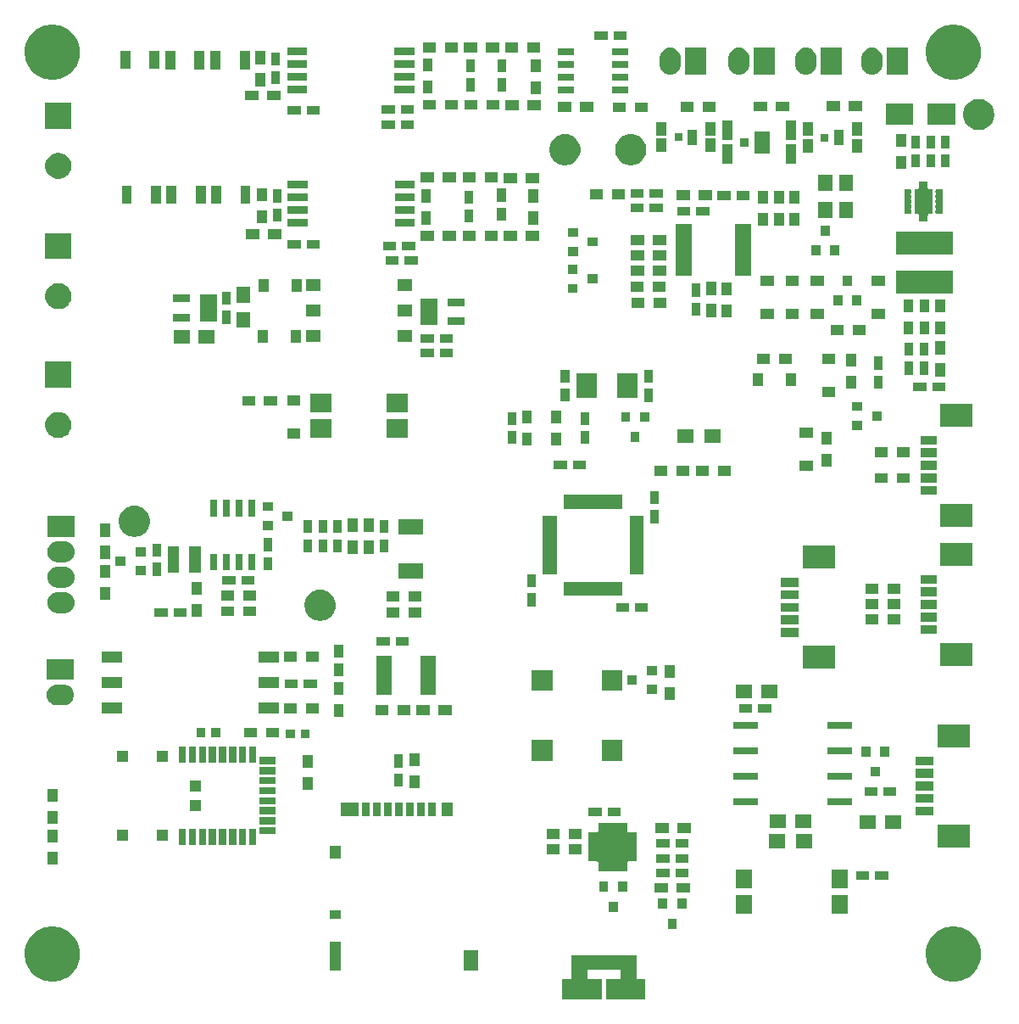
<source format=gbr>
G04 #@! TF.GenerationSoftware,KiCad,Pcbnew,5.1.0-rc2-unknown-d2d2101~82~ubuntu18.10.1*
G04 #@! TF.CreationDate,2019-03-14T10:39:23-04:00*
G04 #@! TF.ProjectId,BMS-Master,424d532d-4d61-4737-9465-722e6b696361,V0.2*
G04 #@! TF.SameCoordinates,Original*
G04 #@! TF.FileFunction,Soldermask,Top*
G04 #@! TF.FilePolarity,Negative*
%FSLAX46Y46*%
G04 Gerber Fmt 4.6, Leading zero omitted, Abs format (unit mm)*
G04 Created by KiCad (PCBNEW 5.1.0-rc2-unknown-d2d2101~82~ubuntu18.10.1) date 2019-03-14 10:39:23*
%MOMM*%
%LPD*%
G04 APERTURE LIST*
%ADD10C,0.100000*%
G04 APERTURE END LIST*
D10*
G36*
X63351000Y-97374001D02*
G01*
X63353402Y-97398387D01*
X63360515Y-97421836D01*
X63372066Y-97443447D01*
X63387611Y-97462389D01*
X63406553Y-97477934D01*
X63428164Y-97489485D01*
X63451613Y-97496598D01*
X63475999Y-97499000D01*
X64248500Y-97499000D01*
X64248500Y-99501000D01*
X60301500Y-99501000D01*
X60301500Y-97499000D01*
X61649001Y-97499000D01*
X61673387Y-97496598D01*
X61696836Y-97489485D01*
X61718447Y-97477934D01*
X61737389Y-97462389D01*
X61752934Y-97443447D01*
X61764485Y-97421836D01*
X61771598Y-97398387D01*
X61774000Y-97374001D01*
X61774000Y-96705999D01*
X61771598Y-96681613D01*
X61764485Y-96658164D01*
X61752934Y-96636553D01*
X61737389Y-96617611D01*
X61718447Y-96602066D01*
X61696836Y-96590515D01*
X61673387Y-96583402D01*
X61649001Y-96581000D01*
X58550999Y-96581000D01*
X58526613Y-96583402D01*
X58503164Y-96590515D01*
X58481553Y-96602066D01*
X58462611Y-96617611D01*
X58447066Y-96636553D01*
X58435515Y-96658164D01*
X58428402Y-96681613D01*
X58426000Y-96705999D01*
X58426000Y-97374001D01*
X58428402Y-97398387D01*
X58435515Y-97421836D01*
X58447066Y-97443447D01*
X58462611Y-97462389D01*
X58481553Y-97477934D01*
X58503164Y-97489485D01*
X58526613Y-97496598D01*
X58550999Y-97499000D01*
X59898500Y-97499000D01*
X59898500Y-99501000D01*
X55951500Y-99501000D01*
X55951500Y-97499000D01*
X56724001Y-97499000D01*
X56748387Y-97496598D01*
X56771836Y-97489485D01*
X56793447Y-97477934D01*
X56812389Y-97462389D01*
X56827934Y-97443447D01*
X56839485Y-97421836D01*
X56846598Y-97398387D01*
X56849000Y-97374001D01*
X56849000Y-95099000D01*
X63351000Y-95099000D01*
X63351000Y-97374001D01*
X63351000Y-97374001D01*
G37*
G36*
X95536693Y-92301859D02*
G01*
X95802437Y-92354719D01*
X96303087Y-92562095D01*
X96483561Y-92682684D01*
X96753660Y-92863158D01*
X97136842Y-93246340D01*
X97317316Y-93516439D01*
X97437905Y-93696913D01*
X97571363Y-94019109D01*
X97645281Y-94197564D01*
X97751000Y-94729049D01*
X97751000Y-95270951D01*
X97715186Y-95451000D01*
X97645281Y-95802437D01*
X97437905Y-96303087D01*
X97381521Y-96387471D01*
X97136842Y-96753660D01*
X96753660Y-97136842D01*
X96507979Y-97301000D01*
X96303087Y-97437905D01*
X95802437Y-97645281D01*
X95536693Y-97698141D01*
X95270951Y-97751000D01*
X94729049Y-97751000D01*
X94463306Y-97698140D01*
X94197563Y-97645281D01*
X93696913Y-97437905D01*
X93492021Y-97301000D01*
X93246340Y-97136842D01*
X92863158Y-96753660D01*
X92618479Y-96387471D01*
X92562095Y-96303087D01*
X92354719Y-95802437D01*
X92284814Y-95451000D01*
X92249000Y-95270951D01*
X92249000Y-94729049D01*
X92354719Y-94197564D01*
X92428637Y-94019109D01*
X92562095Y-93696913D01*
X92682684Y-93516439D01*
X92863158Y-93246340D01*
X93246340Y-92863158D01*
X93516439Y-92682684D01*
X93696913Y-92562095D01*
X94197563Y-92354719D01*
X94463307Y-92301859D01*
X94729049Y-92249000D01*
X95270951Y-92249000D01*
X95536693Y-92301859D01*
X95536693Y-92301859D01*
G37*
G36*
X5536693Y-92301859D02*
G01*
X5802437Y-92354719D01*
X6303087Y-92562095D01*
X6483561Y-92682684D01*
X6753660Y-92863158D01*
X7136842Y-93246340D01*
X7317316Y-93516439D01*
X7437905Y-93696913D01*
X7571363Y-94019109D01*
X7645281Y-94197564D01*
X7751000Y-94729049D01*
X7751000Y-95270951D01*
X7715186Y-95451000D01*
X7645281Y-95802437D01*
X7437905Y-96303087D01*
X7381521Y-96387471D01*
X7136842Y-96753660D01*
X6753660Y-97136842D01*
X6507979Y-97301000D01*
X6303087Y-97437905D01*
X5802437Y-97645281D01*
X5536694Y-97698140D01*
X5270951Y-97751000D01*
X4729049Y-97751000D01*
X4463306Y-97698140D01*
X4197563Y-97645281D01*
X3696913Y-97437905D01*
X3492021Y-97301000D01*
X3246340Y-97136842D01*
X2863158Y-96753660D01*
X2618479Y-96387471D01*
X2562095Y-96303087D01*
X2354719Y-95802437D01*
X2284814Y-95451000D01*
X2249000Y-95270951D01*
X2249000Y-94729049D01*
X2354719Y-94197564D01*
X2428637Y-94019109D01*
X2562095Y-93696913D01*
X2682684Y-93516439D01*
X2863158Y-93246340D01*
X3246340Y-92863158D01*
X3516439Y-92682684D01*
X3696913Y-92562095D01*
X4197563Y-92354719D01*
X4463307Y-92301859D01*
X4729049Y-92249000D01*
X5270951Y-92249000D01*
X5536693Y-92301859D01*
X5536693Y-92301859D01*
G37*
G36*
X33851000Y-96651000D02*
G01*
X32749000Y-96651000D01*
X32749000Y-93749000D01*
X33851000Y-93749000D01*
X33851000Y-96651000D01*
X33851000Y-96651000D01*
G37*
G36*
X47501000Y-96651000D02*
G01*
X46099000Y-96651000D01*
X46099000Y-94649000D01*
X47501000Y-94649000D01*
X47501000Y-96651000D01*
X47501000Y-96651000D01*
G37*
G36*
X67370440Y-92498840D02*
G01*
X66468440Y-92498840D01*
X66468440Y-91496840D01*
X67370440Y-91496840D01*
X67370440Y-92498840D01*
X67370440Y-92498840D01*
G37*
G36*
X33851000Y-91501000D02*
G01*
X32749000Y-91501000D01*
X32749000Y-90599000D01*
X33851000Y-90599000D01*
X33851000Y-91501000D01*
X33851000Y-91501000D01*
G37*
G36*
X74902840Y-91011000D02*
G01*
X73300840Y-91011000D01*
X73300840Y-89129000D01*
X74902840Y-89129000D01*
X74902840Y-91011000D01*
X74902840Y-91011000D01*
G37*
G36*
X84432840Y-91011000D02*
G01*
X82830840Y-91011000D01*
X82830840Y-89129000D01*
X84432840Y-89129000D01*
X84432840Y-91011000D01*
X84432840Y-91011000D01*
G37*
G36*
X61472560Y-90776720D02*
G01*
X60570560Y-90776720D01*
X60570560Y-89774720D01*
X61472560Y-89774720D01*
X61472560Y-90776720D01*
X61472560Y-90776720D01*
G37*
G36*
X68320440Y-90498840D02*
G01*
X67418440Y-90498840D01*
X67418440Y-89496840D01*
X68320440Y-89496840D01*
X68320440Y-90498840D01*
X68320440Y-90498840D01*
G37*
G36*
X66420440Y-90498840D02*
G01*
X65518440Y-90498840D01*
X65518440Y-89496840D01*
X66420440Y-89496840D01*
X66420440Y-90498840D01*
X66420440Y-90498840D01*
G37*
G36*
X68680600Y-88897880D02*
G01*
X67378600Y-88897880D01*
X67378600Y-87895880D01*
X68680600Y-87895880D01*
X68680600Y-88897880D01*
X68680600Y-88897880D01*
G37*
G36*
X66480600Y-88897880D02*
G01*
X65178600Y-88897880D01*
X65178600Y-87895880D01*
X66480600Y-87895880D01*
X66480600Y-88897880D01*
X66480600Y-88897880D01*
G37*
G36*
X62422560Y-88776720D02*
G01*
X61520560Y-88776720D01*
X61520560Y-87774720D01*
X62422560Y-87774720D01*
X62422560Y-88776720D01*
X62422560Y-88776720D01*
G37*
G36*
X60522560Y-88776720D02*
G01*
X59620560Y-88776720D01*
X59620560Y-87774720D01*
X60522560Y-87774720D01*
X60522560Y-88776720D01*
X60522560Y-88776720D01*
G37*
G36*
X74902840Y-88471000D02*
G01*
X73300840Y-88471000D01*
X73300840Y-86589000D01*
X74902840Y-86589000D01*
X74902840Y-88471000D01*
X74902840Y-88471000D01*
G37*
G36*
X84432840Y-88471000D02*
G01*
X82830840Y-88471000D01*
X82830840Y-86589000D01*
X84432840Y-86589000D01*
X84432840Y-88471000D01*
X84432840Y-88471000D01*
G37*
G36*
X86589120Y-87620600D02*
G01*
X85287120Y-87620600D01*
X85287120Y-86768600D01*
X86589120Y-86768600D01*
X86589120Y-87620600D01*
X86589120Y-87620600D01*
G37*
G36*
X88489120Y-87620600D02*
G01*
X87187120Y-87620600D01*
X87187120Y-86768600D01*
X88489120Y-86768600D01*
X88489120Y-87620600D01*
X88489120Y-87620600D01*
G37*
G36*
X68540760Y-87314120D02*
G01*
X67238760Y-87314120D01*
X67238760Y-86462120D01*
X68540760Y-86462120D01*
X68540760Y-87314120D01*
X68540760Y-87314120D01*
G37*
G36*
X66640760Y-87314120D02*
G01*
X65338760Y-87314120D01*
X65338760Y-86462120D01*
X66640760Y-86462120D01*
X66640760Y-87314120D01*
X66640760Y-87314120D01*
G37*
G36*
X62424561Y-82736520D02*
G01*
X62426963Y-82760906D01*
X62434076Y-82784355D01*
X62445627Y-82805966D01*
X62461172Y-82824908D01*
X62480114Y-82840453D01*
X62501725Y-82852004D01*
X62525174Y-82859117D01*
X62549560Y-82861519D01*
X63399561Y-82861519D01*
X63399561Y-85763519D01*
X62549560Y-85763519D01*
X62525174Y-85765921D01*
X62501725Y-85773034D01*
X62480114Y-85784585D01*
X62461172Y-85800130D01*
X62445627Y-85819072D01*
X62434076Y-85840683D01*
X62426963Y-85864132D01*
X62424561Y-85888518D01*
X62424561Y-86738519D01*
X59522561Y-86738519D01*
X59522561Y-85888518D01*
X59520159Y-85864132D01*
X59513046Y-85840683D01*
X59501495Y-85819072D01*
X59485950Y-85800130D01*
X59467008Y-85784585D01*
X59445397Y-85773034D01*
X59421948Y-85765921D01*
X59397562Y-85763519D01*
X58547561Y-85763519D01*
X58547561Y-82861519D01*
X59397562Y-82861519D01*
X59421948Y-82859117D01*
X59445397Y-82852004D01*
X59467008Y-82840453D01*
X59485950Y-82824908D01*
X59501495Y-82805966D01*
X59513046Y-82784355D01*
X59520159Y-82760906D01*
X59522561Y-82736520D01*
X59522561Y-81886519D01*
X62424561Y-81886519D01*
X62424561Y-82736520D01*
X62424561Y-82736520D01*
G37*
G36*
X5536480Y-86090960D02*
G01*
X4534480Y-86090960D01*
X4534480Y-84788960D01*
X5536480Y-84788960D01*
X5536480Y-86090960D01*
X5536480Y-86090960D01*
G37*
G36*
X68550920Y-85906960D02*
G01*
X67248920Y-85906960D01*
X67248920Y-85054960D01*
X68550920Y-85054960D01*
X68550920Y-85906960D01*
X68550920Y-85906960D01*
G37*
G36*
X66650920Y-85906960D02*
G01*
X65348920Y-85906960D01*
X65348920Y-85054960D01*
X66650920Y-85054960D01*
X66650920Y-85906960D01*
X66650920Y-85906960D01*
G37*
G36*
X33851000Y-85501000D02*
G01*
X32749000Y-85501000D01*
X32749000Y-84199000D01*
X33851000Y-84199000D01*
X33851000Y-85501000D01*
X33851000Y-85501000D01*
G37*
G36*
X55670360Y-85044320D02*
G01*
X54368360Y-85044320D01*
X54368360Y-84042320D01*
X55670360Y-84042320D01*
X55670360Y-85044320D01*
X55670360Y-85044320D01*
G37*
G36*
X57870360Y-85044320D02*
G01*
X56568360Y-85044320D01*
X56568360Y-84042320D01*
X57870360Y-84042320D01*
X57870360Y-85044320D01*
X57870360Y-85044320D01*
G37*
G36*
X78178920Y-84436120D02*
G01*
X76576920Y-84436120D01*
X76576920Y-83034120D01*
X78178920Y-83034120D01*
X78178920Y-84436120D01*
X78178920Y-84436120D01*
G37*
G36*
X80878920Y-84436120D02*
G01*
X79276920Y-84436120D01*
X79276920Y-83034120D01*
X80878920Y-83034120D01*
X80878920Y-84436120D01*
X80878920Y-84436120D01*
G37*
G36*
X96606160Y-84379400D02*
G01*
X93404160Y-84379400D01*
X93404160Y-82077400D01*
X96606160Y-82077400D01*
X96606160Y-84379400D01*
X96606160Y-84379400D01*
G37*
G36*
X66640760Y-84342320D02*
G01*
X65338760Y-84342320D01*
X65338760Y-83490320D01*
X66640760Y-83490320D01*
X66640760Y-84342320D01*
X66640760Y-84342320D01*
G37*
G36*
X68540760Y-84342320D02*
G01*
X67238760Y-84342320D01*
X67238760Y-83490320D01*
X68540760Y-83490320D01*
X68540760Y-84342320D01*
X68540760Y-84342320D01*
G37*
G36*
X23356000Y-84111000D02*
G01*
X22644000Y-84111000D01*
X22644000Y-82509000D01*
X23356000Y-82509000D01*
X23356000Y-84111000D01*
X23356000Y-84111000D01*
G37*
G36*
X25356000Y-84111000D02*
G01*
X24644000Y-84111000D01*
X24644000Y-82509000D01*
X25356000Y-82509000D01*
X25356000Y-84111000D01*
X25356000Y-84111000D01*
G37*
G36*
X22356000Y-84111000D02*
G01*
X21644000Y-84111000D01*
X21644000Y-82509000D01*
X22356000Y-82509000D01*
X22356000Y-84111000D01*
X22356000Y-84111000D01*
G37*
G36*
X21356000Y-84111000D02*
G01*
X20644000Y-84111000D01*
X20644000Y-82509000D01*
X21356000Y-82509000D01*
X21356000Y-84111000D01*
X21356000Y-84111000D01*
G37*
G36*
X24356000Y-84111000D02*
G01*
X23644000Y-84111000D01*
X23644000Y-82509000D01*
X24356000Y-82509000D01*
X24356000Y-84111000D01*
X24356000Y-84111000D01*
G37*
G36*
X20356000Y-84111000D02*
G01*
X19644000Y-84111000D01*
X19644000Y-82509000D01*
X20356000Y-82509000D01*
X20356000Y-84111000D01*
X20356000Y-84111000D01*
G37*
G36*
X19356000Y-84111000D02*
G01*
X18644000Y-84111000D01*
X18644000Y-82509000D01*
X19356000Y-82509000D01*
X19356000Y-84111000D01*
X19356000Y-84111000D01*
G37*
G36*
X18356000Y-84111000D02*
G01*
X17644000Y-84111000D01*
X17644000Y-82509000D01*
X18356000Y-82509000D01*
X18356000Y-84111000D01*
X18356000Y-84111000D01*
G37*
G36*
X5536480Y-83890960D02*
G01*
X4534480Y-83890960D01*
X4534480Y-82588960D01*
X5536480Y-82588960D01*
X5536480Y-83890960D01*
X5536480Y-83890960D01*
G37*
G36*
X16551000Y-83661000D02*
G01*
X15449000Y-83661000D01*
X15449000Y-82559000D01*
X16551000Y-82559000D01*
X16551000Y-83661000D01*
X16551000Y-83661000D01*
G37*
G36*
X12551000Y-83661000D02*
G01*
X11449000Y-83661000D01*
X11449000Y-82559000D01*
X12551000Y-82559000D01*
X12551000Y-83661000D01*
X12551000Y-83661000D01*
G37*
G36*
X57870360Y-83500000D02*
G01*
X56568360Y-83500000D01*
X56568360Y-82498000D01*
X57870360Y-82498000D01*
X57870360Y-83500000D01*
X57870360Y-83500000D01*
G37*
G36*
X55670360Y-83500000D02*
G01*
X54368360Y-83500000D01*
X54368360Y-82498000D01*
X55670360Y-82498000D01*
X55670360Y-83500000D01*
X55670360Y-83500000D01*
G37*
G36*
X27301000Y-83056000D02*
G01*
X25699000Y-83056000D01*
X25699000Y-82344000D01*
X27301000Y-82344000D01*
X27301000Y-83056000D01*
X27301000Y-83056000D01*
G37*
G36*
X66551720Y-82908560D02*
G01*
X65249720Y-82908560D01*
X65249720Y-81906560D01*
X66551720Y-81906560D01*
X66551720Y-82908560D01*
X66551720Y-82908560D01*
G37*
G36*
X68751720Y-82908560D02*
G01*
X67449720Y-82908560D01*
X67449720Y-81906560D01*
X68751720Y-81906560D01*
X68751720Y-82908560D01*
X68751720Y-82908560D01*
G37*
G36*
X89751000Y-82476000D02*
G01*
X88149000Y-82476000D01*
X88149000Y-81124000D01*
X89751000Y-81124000D01*
X89751000Y-82476000D01*
X89751000Y-82476000D01*
G37*
G36*
X87251000Y-82476000D02*
G01*
X85649000Y-82476000D01*
X85649000Y-81124000D01*
X87251000Y-81124000D01*
X87251000Y-82476000D01*
X87251000Y-82476000D01*
G37*
G36*
X80778920Y-82424840D02*
G01*
X79176920Y-82424840D01*
X79176920Y-81072840D01*
X80778920Y-81072840D01*
X80778920Y-82424840D01*
X80778920Y-82424840D01*
G37*
G36*
X78278920Y-82424840D02*
G01*
X76676920Y-82424840D01*
X76676920Y-81072840D01*
X78278920Y-81072840D01*
X78278920Y-82424840D01*
X78278920Y-82424840D01*
G37*
G36*
X27301000Y-82056000D02*
G01*
X25699000Y-82056000D01*
X25699000Y-81344000D01*
X27301000Y-81344000D01*
X27301000Y-82056000D01*
X27301000Y-82056000D01*
G37*
G36*
X5526320Y-82006640D02*
G01*
X4524320Y-82006640D01*
X4524320Y-80704640D01*
X5526320Y-80704640D01*
X5526320Y-82006640D01*
X5526320Y-82006640D01*
G37*
G36*
X59848800Y-81207960D02*
G01*
X58546800Y-81207960D01*
X58546800Y-80355960D01*
X59848800Y-80355960D01*
X59848800Y-81207960D01*
X59848800Y-81207960D01*
G37*
G36*
X61748800Y-81207960D02*
G01*
X60446800Y-81207960D01*
X60446800Y-80355960D01*
X61748800Y-80355960D01*
X61748800Y-81207960D01*
X61748800Y-81207960D01*
G37*
G36*
X42201000Y-81201000D02*
G01*
X41399000Y-81201000D01*
X41399000Y-79899000D01*
X42201000Y-79899000D01*
X42201000Y-81201000D01*
X42201000Y-81201000D01*
G37*
G36*
X35601000Y-81201000D02*
G01*
X33849000Y-81201000D01*
X33849000Y-79899000D01*
X35601000Y-79899000D01*
X35601000Y-81201000D01*
X35601000Y-81201000D01*
G37*
G36*
X38901000Y-81201000D02*
G01*
X38099000Y-81201000D01*
X38099000Y-79899000D01*
X38901000Y-79899000D01*
X38901000Y-81201000D01*
X38901000Y-81201000D01*
G37*
G36*
X40001000Y-81201000D02*
G01*
X39199000Y-81201000D01*
X39199000Y-79899000D01*
X40001000Y-79899000D01*
X40001000Y-81201000D01*
X40001000Y-81201000D01*
G37*
G36*
X36701000Y-81201000D02*
G01*
X35899000Y-81201000D01*
X35899000Y-79899000D01*
X36701000Y-79899000D01*
X36701000Y-81201000D01*
X36701000Y-81201000D01*
G37*
G36*
X37801000Y-81201000D02*
G01*
X36999000Y-81201000D01*
X36999000Y-79899000D01*
X37801000Y-79899000D01*
X37801000Y-81201000D01*
X37801000Y-81201000D01*
G37*
G36*
X41101000Y-81201000D02*
G01*
X40299000Y-81201000D01*
X40299000Y-79899000D01*
X41101000Y-79899000D01*
X41101000Y-81201000D01*
X41101000Y-81201000D01*
G37*
G36*
X45001000Y-81201000D02*
G01*
X43899000Y-81201000D01*
X43899000Y-79899000D01*
X45001000Y-79899000D01*
X45001000Y-81201000D01*
X45001000Y-81201000D01*
G37*
G36*
X43301000Y-81201000D02*
G01*
X42499000Y-81201000D01*
X42499000Y-79899000D01*
X43301000Y-79899000D01*
X43301000Y-81201000D01*
X43301000Y-81201000D01*
G37*
G36*
X93006160Y-81179400D02*
G01*
X91204160Y-81179400D01*
X91204160Y-80277400D01*
X93006160Y-80277400D01*
X93006160Y-81179400D01*
X93006160Y-81179400D01*
G37*
G36*
X27301000Y-81056000D02*
G01*
X25699000Y-81056000D01*
X25699000Y-80344000D01*
X27301000Y-80344000D01*
X27301000Y-81056000D01*
X27301000Y-81056000D01*
G37*
G36*
X19801000Y-80751000D02*
G01*
X18699000Y-80751000D01*
X18699000Y-79649000D01*
X19801000Y-79649000D01*
X19801000Y-80751000D01*
X19801000Y-80751000D01*
G37*
G36*
X84877241Y-80176321D02*
G01*
X82425241Y-80176321D01*
X82425241Y-79424321D01*
X84877241Y-79424321D01*
X84877241Y-80176321D01*
X84877241Y-80176321D01*
G37*
G36*
X75452241Y-80176321D02*
G01*
X73000241Y-80176321D01*
X73000241Y-79424321D01*
X75452241Y-79424321D01*
X75452241Y-80176321D01*
X75452241Y-80176321D01*
G37*
G36*
X27301000Y-80056000D02*
G01*
X25699000Y-80056000D01*
X25699000Y-79344000D01*
X27301000Y-79344000D01*
X27301000Y-80056000D01*
X27301000Y-80056000D01*
G37*
G36*
X93006160Y-79929400D02*
G01*
X91204160Y-79929400D01*
X91204160Y-79027400D01*
X93006160Y-79027400D01*
X93006160Y-79929400D01*
X93006160Y-79929400D01*
G37*
G36*
X5526320Y-79806640D02*
G01*
X4524320Y-79806640D01*
X4524320Y-78504640D01*
X5526320Y-78504640D01*
X5526320Y-79806640D01*
X5526320Y-79806640D01*
G37*
G36*
X89301000Y-79226000D02*
G01*
X87999000Y-79226000D01*
X87999000Y-78374000D01*
X89301000Y-78374000D01*
X89301000Y-79226000D01*
X89301000Y-79226000D01*
G37*
G36*
X87401000Y-79226000D02*
G01*
X86099000Y-79226000D01*
X86099000Y-78374000D01*
X87401000Y-78374000D01*
X87401000Y-79226000D01*
X87401000Y-79226000D01*
G37*
G36*
X27301000Y-79056000D02*
G01*
X25699000Y-79056000D01*
X25699000Y-78344000D01*
X27301000Y-78344000D01*
X27301000Y-79056000D01*
X27301000Y-79056000D01*
G37*
G36*
X19801000Y-78751000D02*
G01*
X18699000Y-78751000D01*
X18699000Y-77649000D01*
X19801000Y-77649000D01*
X19801000Y-78751000D01*
X19801000Y-78751000D01*
G37*
G36*
X93006160Y-78679400D02*
G01*
X91204160Y-78679400D01*
X91204160Y-77777400D01*
X93006160Y-77777400D01*
X93006160Y-78679400D01*
X93006160Y-78679400D01*
G37*
G36*
X31001000Y-78651000D02*
G01*
X29999000Y-78651000D01*
X29999000Y-77349000D01*
X31001000Y-77349000D01*
X31001000Y-78651000D01*
X31001000Y-78651000D01*
G37*
G36*
X41701000Y-78451000D02*
G01*
X40699000Y-78451000D01*
X40699000Y-77149000D01*
X41701000Y-77149000D01*
X41701000Y-78451000D01*
X41701000Y-78451000D01*
G37*
G36*
X40026000Y-78301000D02*
G01*
X39174000Y-78301000D01*
X39174000Y-76999000D01*
X40026000Y-76999000D01*
X40026000Y-78301000D01*
X40026000Y-78301000D01*
G37*
G36*
X27301000Y-78056000D02*
G01*
X25699000Y-78056000D01*
X25699000Y-77344000D01*
X27301000Y-77344000D01*
X27301000Y-78056000D01*
X27301000Y-78056000D01*
G37*
G36*
X84902241Y-77636321D02*
G01*
X82450241Y-77636321D01*
X82450241Y-76884321D01*
X84902241Y-76884321D01*
X84902241Y-77636321D01*
X84902241Y-77636321D01*
G37*
G36*
X75452241Y-77636321D02*
G01*
X73000241Y-77636321D01*
X73000241Y-76884321D01*
X75452241Y-76884321D01*
X75452241Y-77636321D01*
X75452241Y-77636321D01*
G37*
G36*
X93006160Y-77429400D02*
G01*
X91204160Y-77429400D01*
X91204160Y-76527400D01*
X93006160Y-76527400D01*
X93006160Y-77429400D01*
X93006160Y-77429400D01*
G37*
G36*
X87651000Y-77301000D02*
G01*
X86749000Y-77301000D01*
X86749000Y-76299000D01*
X87651000Y-76299000D01*
X87651000Y-77301000D01*
X87651000Y-77301000D01*
G37*
G36*
X27301000Y-77056000D02*
G01*
X25699000Y-77056000D01*
X25699000Y-76344000D01*
X27301000Y-76344000D01*
X27301000Y-77056000D01*
X27301000Y-77056000D01*
G37*
G36*
X31001000Y-76451000D02*
G01*
X29999000Y-76451000D01*
X29999000Y-75149000D01*
X31001000Y-75149000D01*
X31001000Y-76451000D01*
X31001000Y-76451000D01*
G37*
G36*
X40026000Y-76401000D02*
G01*
X39174000Y-76401000D01*
X39174000Y-75099000D01*
X40026000Y-75099000D01*
X40026000Y-76401000D01*
X40026000Y-76401000D01*
G37*
G36*
X41701000Y-76251000D02*
G01*
X40699000Y-76251000D01*
X40699000Y-74949000D01*
X41701000Y-74949000D01*
X41701000Y-76251000D01*
X41701000Y-76251000D01*
G37*
G36*
X93006160Y-76179400D02*
G01*
X91204160Y-76179400D01*
X91204160Y-75277400D01*
X93006160Y-75277400D01*
X93006160Y-76179400D01*
X93006160Y-76179400D01*
G37*
G36*
X27301000Y-76056000D02*
G01*
X25699000Y-76056000D01*
X25699000Y-75344000D01*
X27301000Y-75344000D01*
X27301000Y-76056000D01*
X27301000Y-76056000D01*
G37*
G36*
X20356000Y-75891000D02*
G01*
X19644000Y-75891000D01*
X19644000Y-74289000D01*
X20356000Y-74289000D01*
X20356000Y-75891000D01*
X20356000Y-75891000D01*
G37*
G36*
X24356000Y-75891000D02*
G01*
X23644000Y-75891000D01*
X23644000Y-74289000D01*
X24356000Y-74289000D01*
X24356000Y-75891000D01*
X24356000Y-75891000D01*
G37*
G36*
X21356000Y-75891000D02*
G01*
X20644000Y-75891000D01*
X20644000Y-74289000D01*
X21356000Y-74289000D01*
X21356000Y-75891000D01*
X21356000Y-75891000D01*
G37*
G36*
X19356000Y-75891000D02*
G01*
X18644000Y-75891000D01*
X18644000Y-74289000D01*
X19356000Y-74289000D01*
X19356000Y-75891000D01*
X19356000Y-75891000D01*
G37*
G36*
X18356000Y-75891000D02*
G01*
X17644000Y-75891000D01*
X17644000Y-74289000D01*
X18356000Y-74289000D01*
X18356000Y-75891000D01*
X18356000Y-75891000D01*
G37*
G36*
X22356000Y-75891000D02*
G01*
X21644000Y-75891000D01*
X21644000Y-74289000D01*
X22356000Y-74289000D01*
X22356000Y-75891000D01*
X22356000Y-75891000D01*
G37*
G36*
X23356000Y-75891000D02*
G01*
X22644000Y-75891000D01*
X22644000Y-74289000D01*
X23356000Y-74289000D01*
X23356000Y-75891000D01*
X23356000Y-75891000D01*
G37*
G36*
X25356000Y-75891000D02*
G01*
X24644000Y-75891000D01*
X24644000Y-74289000D01*
X25356000Y-74289000D01*
X25356000Y-75891000D01*
X25356000Y-75891000D01*
G37*
G36*
X16551000Y-75841000D02*
G01*
X15449000Y-75841000D01*
X15449000Y-74739000D01*
X16551000Y-74739000D01*
X16551000Y-75841000D01*
X16551000Y-75841000D01*
G37*
G36*
X12551000Y-75841000D02*
G01*
X11449000Y-75841000D01*
X11449000Y-74739000D01*
X12551000Y-74739000D01*
X12551000Y-75841000D01*
X12551000Y-75841000D01*
G37*
G36*
X61951000Y-75751000D02*
G01*
X59849000Y-75751000D01*
X59849000Y-73649000D01*
X61951000Y-73649000D01*
X61951000Y-75751000D01*
X61951000Y-75751000D01*
G37*
G36*
X54951000Y-75751000D02*
G01*
X52849000Y-75751000D01*
X52849000Y-73649000D01*
X54951000Y-73649000D01*
X54951000Y-75751000D01*
X54951000Y-75751000D01*
G37*
G36*
X86701000Y-75301000D02*
G01*
X85799000Y-75301000D01*
X85799000Y-74299000D01*
X86701000Y-74299000D01*
X86701000Y-75301000D01*
X86701000Y-75301000D01*
G37*
G36*
X88601000Y-75301000D02*
G01*
X87699000Y-75301000D01*
X87699000Y-74299000D01*
X88601000Y-74299000D01*
X88601000Y-75301000D01*
X88601000Y-75301000D01*
G37*
G36*
X84902241Y-75096321D02*
G01*
X82450241Y-75096321D01*
X82450241Y-74344321D01*
X84902241Y-74344321D01*
X84902241Y-75096321D01*
X84902241Y-75096321D01*
G37*
G36*
X75452241Y-75096321D02*
G01*
X73000241Y-75096321D01*
X73000241Y-74344321D01*
X75452241Y-74344321D01*
X75452241Y-75096321D01*
X75452241Y-75096321D01*
G37*
G36*
X96606160Y-74379400D02*
G01*
X93404160Y-74379400D01*
X93404160Y-72077400D01*
X96606160Y-72077400D01*
X96606160Y-74379400D01*
X96606160Y-74379400D01*
G37*
G36*
X29201000Y-73426000D02*
G01*
X28299000Y-73426000D01*
X28299000Y-72574000D01*
X29201000Y-72574000D01*
X29201000Y-73426000D01*
X29201000Y-73426000D01*
G37*
G36*
X30701000Y-73426000D02*
G01*
X29799000Y-73426000D01*
X29799000Y-72574000D01*
X30701000Y-72574000D01*
X30701000Y-73426000D01*
X30701000Y-73426000D01*
G37*
G36*
X25451000Y-73401000D02*
G01*
X24149000Y-73401000D01*
X24149000Y-72399000D01*
X25451000Y-72399000D01*
X25451000Y-73401000D01*
X25451000Y-73401000D01*
G37*
G36*
X27651000Y-73401000D02*
G01*
X26349000Y-73401000D01*
X26349000Y-72399000D01*
X27651000Y-72399000D01*
X27651000Y-73401000D01*
X27651000Y-73401000D01*
G37*
G36*
X20301000Y-73326000D02*
G01*
X19399000Y-73326000D01*
X19399000Y-72474000D01*
X20301000Y-72474000D01*
X20301000Y-73326000D01*
X20301000Y-73326000D01*
G37*
G36*
X21801000Y-73326000D02*
G01*
X20899000Y-73326000D01*
X20899000Y-72474000D01*
X21801000Y-72474000D01*
X21801000Y-73326000D01*
X21801000Y-73326000D01*
G37*
G36*
X84902241Y-72556321D02*
G01*
X82450241Y-72556321D01*
X82450241Y-71804321D01*
X84902241Y-71804321D01*
X84902241Y-72556321D01*
X84902241Y-72556321D01*
G37*
G36*
X75452241Y-72556321D02*
G01*
X73000241Y-72556321D01*
X73000241Y-71804321D01*
X75452241Y-71804321D01*
X75452241Y-72556321D01*
X75452241Y-72556321D01*
G37*
G36*
X34101000Y-71351000D02*
G01*
X33099000Y-71351000D01*
X33099000Y-70049000D01*
X34101000Y-70049000D01*
X34101000Y-71351000D01*
X34101000Y-71351000D01*
G37*
G36*
X40776280Y-71170480D02*
G01*
X39474280Y-71170480D01*
X39474280Y-70168480D01*
X40776280Y-70168480D01*
X40776280Y-71170480D01*
X40776280Y-71170480D01*
G37*
G36*
X38576280Y-71170480D02*
G01*
X37274280Y-71170480D01*
X37274280Y-70168480D01*
X38576280Y-70168480D01*
X38576280Y-71170480D01*
X38576280Y-71170480D01*
G37*
G36*
X44860600Y-71155240D02*
G01*
X43558600Y-71155240D01*
X43558600Y-70153240D01*
X44860600Y-70153240D01*
X44860600Y-71155240D01*
X44860600Y-71155240D01*
G37*
G36*
X42660600Y-71155240D02*
G01*
X41358600Y-71155240D01*
X41358600Y-70153240D01*
X42660600Y-70153240D01*
X42660600Y-71155240D01*
X42660600Y-71155240D01*
G37*
G36*
X12006000Y-71001000D02*
G01*
X9954000Y-71001000D01*
X9954000Y-69879000D01*
X12006000Y-69879000D01*
X12006000Y-71001000D01*
X12006000Y-71001000D01*
G37*
G36*
X27646000Y-71001000D02*
G01*
X25594000Y-71001000D01*
X25594000Y-69879000D01*
X27646000Y-69879000D01*
X27646000Y-71001000D01*
X27646000Y-71001000D01*
G37*
G36*
X29451000Y-71001000D02*
G01*
X28149000Y-71001000D01*
X28149000Y-69999000D01*
X29451000Y-69999000D01*
X29451000Y-71001000D01*
X29451000Y-71001000D01*
G37*
G36*
X31651000Y-71001000D02*
G01*
X30349000Y-71001000D01*
X30349000Y-69999000D01*
X31651000Y-69999000D01*
X31651000Y-71001000D01*
X31651000Y-71001000D01*
G37*
G36*
X76801560Y-70938960D02*
G01*
X75499560Y-70938960D01*
X75499560Y-70086960D01*
X76801560Y-70086960D01*
X76801560Y-70938960D01*
X76801560Y-70938960D01*
G37*
G36*
X74901560Y-70938960D02*
G01*
X73599560Y-70938960D01*
X73599560Y-70086960D01*
X74901560Y-70086960D01*
X74901560Y-70938960D01*
X74901560Y-70938960D01*
G37*
G36*
X6203097Y-68094069D02*
G01*
X6306032Y-68104207D01*
X6504146Y-68164305D01*
X6504149Y-68164306D01*
X6600975Y-68216061D01*
X6686729Y-68261897D01*
X6846765Y-68393235D01*
X6978103Y-68553271D01*
X7023939Y-68639025D01*
X7075694Y-68735851D01*
X7075695Y-68735854D01*
X7135793Y-68933968D01*
X7156085Y-69140000D01*
X7135793Y-69346032D01*
X7075695Y-69544146D01*
X7075694Y-69544149D01*
X7023939Y-69640975D01*
X6978103Y-69726729D01*
X6846765Y-69886765D01*
X6686729Y-70018103D01*
X6628924Y-70049000D01*
X6504149Y-70115694D01*
X6504146Y-70115695D01*
X6306032Y-70175793D01*
X6203097Y-70185931D01*
X6151631Y-70191000D01*
X5448369Y-70191000D01*
X5396903Y-70185931D01*
X5293968Y-70175793D01*
X5095854Y-70115695D01*
X5095851Y-70115694D01*
X4971076Y-70049000D01*
X4913271Y-70018103D01*
X4753235Y-69886765D01*
X4621897Y-69726729D01*
X4576061Y-69640975D01*
X4524306Y-69544149D01*
X4524305Y-69544146D01*
X4464207Y-69346032D01*
X4443915Y-69140000D01*
X4464207Y-68933968D01*
X4524305Y-68735854D01*
X4524306Y-68735851D01*
X4576061Y-68639025D01*
X4621897Y-68553271D01*
X4753235Y-68393235D01*
X4913271Y-68261897D01*
X4999025Y-68216061D01*
X5095851Y-68164306D01*
X5095854Y-68164305D01*
X5293968Y-68104207D01*
X5396903Y-68094069D01*
X5448369Y-68089000D01*
X6151631Y-68089000D01*
X6203097Y-68094069D01*
X6203097Y-68094069D01*
G37*
G36*
X67146840Y-69651680D02*
G01*
X66144840Y-69651680D01*
X66144840Y-68349680D01*
X67146840Y-68349680D01*
X67146840Y-69651680D01*
X67146840Y-69651680D01*
G37*
G36*
X74909040Y-69487160D02*
G01*
X73307040Y-69487160D01*
X73307040Y-68135160D01*
X74909040Y-68135160D01*
X74909040Y-69487160D01*
X74909040Y-69487160D01*
G37*
G36*
X77409040Y-69487160D02*
G01*
X75807040Y-69487160D01*
X75807040Y-68135160D01*
X77409040Y-68135160D01*
X77409040Y-69487160D01*
X77409040Y-69487160D01*
G37*
G36*
X38865200Y-69166080D02*
G01*
X37363200Y-69166080D01*
X37363200Y-65264080D01*
X38865200Y-65264080D01*
X38865200Y-69166080D01*
X38865200Y-69166080D01*
G37*
G36*
X43265200Y-69166080D02*
G01*
X41763200Y-69166080D01*
X41763200Y-65264080D01*
X43265200Y-65264080D01*
X43265200Y-69166080D01*
X43265200Y-69166080D01*
G37*
G36*
X34101000Y-69151000D02*
G01*
X33099000Y-69151000D01*
X33099000Y-67849000D01*
X34101000Y-67849000D01*
X34101000Y-69151000D01*
X34101000Y-69151000D01*
G37*
G36*
X65398560Y-69052760D02*
G01*
X64396560Y-69052760D01*
X64396560Y-68150760D01*
X65398560Y-68150760D01*
X65398560Y-69052760D01*
X65398560Y-69052760D01*
G37*
G36*
X54951000Y-68751000D02*
G01*
X52849000Y-68751000D01*
X52849000Y-66649000D01*
X54951000Y-66649000D01*
X54951000Y-68751000D01*
X54951000Y-68751000D01*
G37*
G36*
X61951000Y-68751000D02*
G01*
X59849000Y-68751000D01*
X59849000Y-66649000D01*
X61951000Y-66649000D01*
X61951000Y-68751000D01*
X61951000Y-68751000D01*
G37*
G36*
X12006000Y-68461000D02*
G01*
X9954000Y-68461000D01*
X9954000Y-67339000D01*
X12006000Y-67339000D01*
X12006000Y-68461000D01*
X12006000Y-68461000D01*
G37*
G36*
X27646000Y-68461000D02*
G01*
X25594000Y-68461000D01*
X25594000Y-67339000D01*
X27646000Y-67339000D01*
X27646000Y-68461000D01*
X27646000Y-68461000D01*
G37*
G36*
X31401000Y-68426000D02*
G01*
X30099000Y-68426000D01*
X30099000Y-67574000D01*
X31401000Y-67574000D01*
X31401000Y-68426000D01*
X31401000Y-68426000D01*
G37*
G36*
X29501000Y-68426000D02*
G01*
X28199000Y-68426000D01*
X28199000Y-67574000D01*
X29501000Y-67574000D01*
X29501000Y-68426000D01*
X29501000Y-68426000D01*
G37*
G36*
X63398560Y-68102760D02*
G01*
X62396560Y-68102760D01*
X62396560Y-67200760D01*
X63398560Y-67200760D01*
X63398560Y-68102760D01*
X63398560Y-68102760D01*
G37*
G36*
X7151000Y-67651000D02*
G01*
X4449000Y-67651000D01*
X4449000Y-65549000D01*
X7151000Y-65549000D01*
X7151000Y-67651000D01*
X7151000Y-67651000D01*
G37*
G36*
X67146840Y-67451680D02*
G01*
X66144840Y-67451680D01*
X66144840Y-66149680D01*
X67146840Y-66149680D01*
X67146840Y-67451680D01*
X67146840Y-67451680D01*
G37*
G36*
X34026000Y-67301000D02*
G01*
X33174000Y-67301000D01*
X33174000Y-65999000D01*
X34026000Y-65999000D01*
X34026000Y-67301000D01*
X34026000Y-67301000D01*
G37*
G36*
X65398560Y-67152760D02*
G01*
X64396560Y-67152760D01*
X64396560Y-66250760D01*
X65398560Y-66250760D01*
X65398560Y-67152760D01*
X65398560Y-67152760D01*
G37*
G36*
X83151000Y-66551000D02*
G01*
X79949000Y-66551000D01*
X79949000Y-64249000D01*
X83151000Y-64249000D01*
X83151000Y-66551000D01*
X83151000Y-66551000D01*
G37*
G36*
X96881680Y-66266000D02*
G01*
X93679680Y-66266000D01*
X93679680Y-63964000D01*
X96881680Y-63964000D01*
X96881680Y-66266000D01*
X96881680Y-66266000D01*
G37*
G36*
X12006000Y-65921000D02*
G01*
X9954000Y-65921000D01*
X9954000Y-64799000D01*
X12006000Y-64799000D01*
X12006000Y-65921000D01*
X12006000Y-65921000D01*
G37*
G36*
X27646000Y-65921000D02*
G01*
X25594000Y-65921000D01*
X25594000Y-64799000D01*
X27646000Y-64799000D01*
X27646000Y-65921000D01*
X27646000Y-65921000D01*
G37*
G36*
X31651000Y-65801000D02*
G01*
X30349000Y-65801000D01*
X30349000Y-64799000D01*
X31651000Y-64799000D01*
X31651000Y-65801000D01*
X31651000Y-65801000D01*
G37*
G36*
X29451000Y-65801000D02*
G01*
X28149000Y-65801000D01*
X28149000Y-64799000D01*
X29451000Y-64799000D01*
X29451000Y-65801000D01*
X29451000Y-65801000D01*
G37*
G36*
X34026000Y-65401000D02*
G01*
X33174000Y-65401000D01*
X33174000Y-64099000D01*
X34026000Y-64099000D01*
X34026000Y-65401000D01*
X34026000Y-65401000D01*
G37*
G36*
X40601000Y-64226000D02*
G01*
X39299000Y-64226000D01*
X39299000Y-63374000D01*
X40601000Y-63374000D01*
X40601000Y-64226000D01*
X40601000Y-64226000D01*
G37*
G36*
X38701000Y-64226000D02*
G01*
X37399000Y-64226000D01*
X37399000Y-63374000D01*
X38701000Y-63374000D01*
X38701000Y-64226000D01*
X38701000Y-64226000D01*
G37*
G36*
X79551000Y-63351000D02*
G01*
X77749000Y-63351000D01*
X77749000Y-62449000D01*
X79551000Y-62449000D01*
X79551000Y-63351000D01*
X79551000Y-63351000D01*
G37*
G36*
X93331680Y-63066000D02*
G01*
X91729680Y-63066000D01*
X91729680Y-62164000D01*
X93331680Y-62164000D01*
X93331680Y-63066000D01*
X93331680Y-63066000D01*
G37*
G36*
X89708000Y-62109520D02*
G01*
X88406000Y-62109520D01*
X88406000Y-61107520D01*
X89708000Y-61107520D01*
X89708000Y-62109520D01*
X89708000Y-62109520D01*
G37*
G36*
X87508000Y-62109520D02*
G01*
X86206000Y-62109520D01*
X86206000Y-61107520D01*
X87508000Y-61107520D01*
X87508000Y-62109520D01*
X87508000Y-62109520D01*
G37*
G36*
X79551000Y-62101000D02*
G01*
X77749000Y-62101000D01*
X77749000Y-61199000D01*
X79551000Y-61199000D01*
X79551000Y-62101000D01*
X79551000Y-62101000D01*
G37*
G36*
X93331680Y-61816000D02*
G01*
X91729680Y-61816000D01*
X91729680Y-60914000D01*
X93331680Y-60914000D01*
X93331680Y-61816000D01*
X93331680Y-61816000D01*
G37*
G36*
X32052585Y-58676802D02*
G01*
X32202410Y-58706604D01*
X32484674Y-58823521D01*
X32738705Y-58993259D01*
X32954741Y-59209295D01*
X33124479Y-59463326D01*
X33241396Y-59745590D01*
X33241396Y-59745591D01*
X33301000Y-60045239D01*
X33301000Y-60350761D01*
X33276486Y-60474000D01*
X33241396Y-60650410D01*
X33124479Y-60932674D01*
X32954741Y-61186705D01*
X32738705Y-61402741D01*
X32484674Y-61572479D01*
X32202410Y-61689396D01*
X32052585Y-61719198D01*
X31902761Y-61749000D01*
X31597239Y-61749000D01*
X31447415Y-61719198D01*
X31297590Y-61689396D01*
X31015326Y-61572479D01*
X30761295Y-61402741D01*
X30545259Y-61186705D01*
X30375521Y-60932674D01*
X30258604Y-60650410D01*
X30223514Y-60474000D01*
X30199000Y-60350761D01*
X30199000Y-60045239D01*
X30258604Y-59745591D01*
X30258604Y-59745590D01*
X30375521Y-59463326D01*
X30545259Y-59209295D01*
X30761295Y-58993259D01*
X31015326Y-58823521D01*
X31297590Y-58706604D01*
X31447415Y-58676802D01*
X31597239Y-58647000D01*
X31902761Y-58647000D01*
X32052585Y-58676802D01*
X32052585Y-58676802D01*
G37*
G36*
X39651000Y-61401000D02*
G01*
X38349000Y-61401000D01*
X38349000Y-60399000D01*
X39651000Y-60399000D01*
X39651000Y-61401000D01*
X39651000Y-61401000D01*
G37*
G36*
X41851000Y-61401000D02*
G01*
X40549000Y-61401000D01*
X40549000Y-60399000D01*
X41851000Y-60399000D01*
X41851000Y-61401000D01*
X41851000Y-61401000D01*
G37*
G36*
X19901000Y-61351000D02*
G01*
X18899000Y-61351000D01*
X18899000Y-60049000D01*
X19901000Y-60049000D01*
X19901000Y-61351000D01*
X19901000Y-61351000D01*
G37*
G36*
X18401000Y-61326000D02*
G01*
X17099000Y-61326000D01*
X17099000Y-60474000D01*
X18401000Y-60474000D01*
X18401000Y-61326000D01*
X18401000Y-61326000D01*
G37*
G36*
X16501000Y-61326000D02*
G01*
X15199000Y-61326000D01*
X15199000Y-60474000D01*
X16501000Y-60474000D01*
X16501000Y-61326000D01*
X16501000Y-61326000D01*
G37*
G36*
X25351000Y-61301000D02*
G01*
X24049000Y-61301000D01*
X24049000Y-60299000D01*
X25351000Y-60299000D01*
X25351000Y-61301000D01*
X25351000Y-61301000D01*
G37*
G36*
X23151000Y-61301000D02*
G01*
X21849000Y-61301000D01*
X21849000Y-60299000D01*
X23151000Y-60299000D01*
X23151000Y-61301000D01*
X23151000Y-61301000D01*
G37*
G36*
X6264777Y-58874069D02*
G01*
X6367712Y-58884207D01*
X6565826Y-58944305D01*
X6565829Y-58944306D01*
X6657413Y-58993259D01*
X6748409Y-59041897D01*
X6908445Y-59173235D01*
X7039783Y-59333271D01*
X7085619Y-59419025D01*
X7137374Y-59515851D01*
X7137375Y-59515854D01*
X7197473Y-59713968D01*
X7217765Y-59920000D01*
X7197473Y-60126032D01*
X7145003Y-60299000D01*
X7137374Y-60324149D01*
X7097365Y-60399000D01*
X7039783Y-60506729D01*
X6908445Y-60666765D01*
X6748409Y-60798103D01*
X6662655Y-60843939D01*
X6565829Y-60895694D01*
X6565826Y-60895695D01*
X6367712Y-60955793D01*
X6264777Y-60965931D01*
X6213311Y-60971000D01*
X5510049Y-60971000D01*
X5458583Y-60965931D01*
X5355648Y-60955793D01*
X5157534Y-60895695D01*
X5157531Y-60895694D01*
X5060705Y-60843939D01*
X4974951Y-60798103D01*
X4814915Y-60666765D01*
X4683577Y-60506729D01*
X4625995Y-60399000D01*
X4585986Y-60324149D01*
X4578357Y-60299000D01*
X4525887Y-60126032D01*
X4505595Y-59920000D01*
X4525887Y-59713968D01*
X4585985Y-59515854D01*
X4585986Y-59515851D01*
X4637741Y-59419025D01*
X4683577Y-59333271D01*
X4814915Y-59173235D01*
X4974951Y-59041897D01*
X5065947Y-58993259D01*
X5157531Y-58944306D01*
X5157534Y-58944305D01*
X5355648Y-58884207D01*
X5458583Y-58874069D01*
X5510049Y-58869000D01*
X6213311Y-58869000D01*
X6264777Y-58874069D01*
X6264777Y-58874069D01*
G37*
G36*
X79551000Y-60851000D02*
G01*
X77749000Y-60851000D01*
X77749000Y-59949000D01*
X79551000Y-59949000D01*
X79551000Y-60851000D01*
X79551000Y-60851000D01*
G37*
G36*
X64501000Y-60801080D02*
G01*
X63199000Y-60801080D01*
X63199000Y-59949080D01*
X64501000Y-59949080D01*
X64501000Y-60801080D01*
X64501000Y-60801080D01*
G37*
G36*
X62601000Y-60801080D02*
G01*
X61299000Y-60801080D01*
X61299000Y-59949080D01*
X62601000Y-59949080D01*
X62601000Y-60801080D01*
X62601000Y-60801080D01*
G37*
G36*
X89692760Y-60600760D02*
G01*
X88390760Y-60600760D01*
X88390760Y-59598760D01*
X89692760Y-59598760D01*
X89692760Y-60600760D01*
X89692760Y-60600760D01*
G37*
G36*
X87492760Y-60600760D02*
G01*
X86190760Y-60600760D01*
X86190760Y-59598760D01*
X87492760Y-59598760D01*
X87492760Y-60600760D01*
X87492760Y-60600760D01*
G37*
G36*
X93331680Y-60566000D02*
G01*
X91729680Y-60566000D01*
X91729680Y-59664000D01*
X93331680Y-59664000D01*
X93331680Y-60566000D01*
X93331680Y-60566000D01*
G37*
G36*
X53326000Y-60301000D02*
G01*
X52474000Y-60301000D01*
X52474000Y-58999000D01*
X53326000Y-58999000D01*
X53326000Y-60301000D01*
X53326000Y-60301000D01*
G37*
G36*
X39651000Y-59801000D02*
G01*
X38349000Y-59801000D01*
X38349000Y-58799000D01*
X39651000Y-58799000D01*
X39651000Y-59801000D01*
X39651000Y-59801000D01*
G37*
G36*
X41851000Y-59801000D02*
G01*
X40549000Y-59801000D01*
X40549000Y-58799000D01*
X41851000Y-58799000D01*
X41851000Y-59801000D01*
X41851000Y-59801000D01*
G37*
G36*
X23151000Y-59701000D02*
G01*
X21849000Y-59701000D01*
X21849000Y-58699000D01*
X23151000Y-58699000D01*
X23151000Y-59701000D01*
X23151000Y-59701000D01*
G37*
G36*
X25351000Y-59701000D02*
G01*
X24049000Y-59701000D01*
X24049000Y-58699000D01*
X25351000Y-58699000D01*
X25351000Y-59701000D01*
X25351000Y-59701000D01*
G37*
G36*
X10801000Y-59651000D02*
G01*
X9799000Y-59651000D01*
X9799000Y-58349000D01*
X10801000Y-58349000D01*
X10801000Y-59651000D01*
X10801000Y-59651000D01*
G37*
G36*
X79551000Y-59601000D02*
G01*
X77749000Y-59601000D01*
X77749000Y-58699000D01*
X79551000Y-58699000D01*
X79551000Y-59601000D01*
X79551000Y-59601000D01*
G37*
G36*
X93331680Y-59316000D02*
G01*
X91729680Y-59316000D01*
X91729680Y-58414000D01*
X93331680Y-58414000D01*
X93331680Y-59316000D01*
X93331680Y-59316000D01*
G37*
G36*
X61938600Y-59269120D02*
G01*
X56086600Y-59269120D01*
X56086600Y-57867120D01*
X61938600Y-57867120D01*
X61938600Y-59269120D01*
X61938600Y-59269120D01*
G37*
G36*
X19901000Y-59151000D02*
G01*
X18899000Y-59151000D01*
X18899000Y-57849000D01*
X19901000Y-57849000D01*
X19901000Y-59151000D01*
X19901000Y-59151000D01*
G37*
G36*
X87492760Y-59056440D02*
G01*
X86190760Y-59056440D01*
X86190760Y-58054440D01*
X87492760Y-58054440D01*
X87492760Y-59056440D01*
X87492760Y-59056440D01*
G37*
G36*
X89692760Y-59056440D02*
G01*
X88390760Y-59056440D01*
X88390760Y-58054440D01*
X89692760Y-58054440D01*
X89692760Y-59056440D01*
X89692760Y-59056440D01*
G37*
G36*
X6264777Y-56334069D02*
G01*
X6367712Y-56344207D01*
X6565826Y-56404305D01*
X6565829Y-56404306D01*
X6662655Y-56456061D01*
X6748409Y-56501897D01*
X6908445Y-56633235D01*
X7039783Y-56793271D01*
X7085619Y-56879025D01*
X7137374Y-56975851D01*
X7137375Y-56975854D01*
X7197473Y-57173968D01*
X7217765Y-57380000D01*
X7197473Y-57586032D01*
X7137375Y-57784146D01*
X7137374Y-57784149D01*
X7102710Y-57849000D01*
X7039783Y-57966729D01*
X6908445Y-58126765D01*
X6748409Y-58258103D01*
X6662655Y-58303939D01*
X6565829Y-58355694D01*
X6565826Y-58355695D01*
X6367712Y-58415793D01*
X6264777Y-58425931D01*
X6213311Y-58431000D01*
X5510049Y-58431000D01*
X5458583Y-58425931D01*
X5355648Y-58415793D01*
X5157534Y-58355695D01*
X5157531Y-58355694D01*
X5060705Y-58303939D01*
X4974951Y-58258103D01*
X4814915Y-58126765D01*
X4683577Y-57966729D01*
X4620650Y-57849000D01*
X4585986Y-57784149D01*
X4585985Y-57784146D01*
X4525887Y-57586032D01*
X4505595Y-57380000D01*
X4525887Y-57173968D01*
X4585985Y-56975854D01*
X4585986Y-56975851D01*
X4637741Y-56879025D01*
X4683577Y-56793271D01*
X4814915Y-56633235D01*
X4974951Y-56501897D01*
X5060705Y-56456061D01*
X5157531Y-56404306D01*
X5157534Y-56404305D01*
X5355648Y-56344207D01*
X5458583Y-56334069D01*
X5510049Y-56329000D01*
X6213311Y-56329000D01*
X6264777Y-56334069D01*
X6264777Y-56334069D01*
G37*
G36*
X53326000Y-58401000D02*
G01*
X52474000Y-58401000D01*
X52474000Y-57099000D01*
X53326000Y-57099000D01*
X53326000Y-58401000D01*
X53326000Y-58401000D01*
G37*
G36*
X79551000Y-58351000D02*
G01*
X77749000Y-58351000D01*
X77749000Y-57449000D01*
X79551000Y-57449000D01*
X79551000Y-58351000D01*
X79551000Y-58351000D01*
G37*
G36*
X23301000Y-58126000D02*
G01*
X21999000Y-58126000D01*
X21999000Y-57274000D01*
X23301000Y-57274000D01*
X23301000Y-58126000D01*
X23301000Y-58126000D01*
G37*
G36*
X25201000Y-58126000D02*
G01*
X23899000Y-58126000D01*
X23899000Y-57274000D01*
X25201000Y-57274000D01*
X25201000Y-58126000D01*
X25201000Y-58126000D01*
G37*
G36*
X93331680Y-58066000D02*
G01*
X91729680Y-58066000D01*
X91729680Y-57164000D01*
X93331680Y-57164000D01*
X93331680Y-58066000D01*
X93331680Y-58066000D01*
G37*
G36*
X42001000Y-57551000D02*
G01*
X39599000Y-57551000D01*
X39599000Y-56049000D01*
X42001000Y-56049000D01*
X42001000Y-57551000D01*
X42001000Y-57551000D01*
G37*
G36*
X10801000Y-57451000D02*
G01*
X9799000Y-57451000D01*
X9799000Y-56149000D01*
X10801000Y-56149000D01*
X10801000Y-57451000D01*
X10801000Y-57451000D01*
G37*
G36*
X15876560Y-57252160D02*
G01*
X15024560Y-57252160D01*
X15024560Y-55950160D01*
X15876560Y-55950160D01*
X15876560Y-57252160D01*
X15876560Y-57252160D01*
G37*
G36*
X14301000Y-57201000D02*
G01*
X13299000Y-57201000D01*
X13299000Y-56299000D01*
X14301000Y-56299000D01*
X14301000Y-57201000D01*
X14301000Y-57201000D01*
G37*
G36*
X55363600Y-57144120D02*
G01*
X53961600Y-57144120D01*
X53961600Y-51292120D01*
X55363600Y-51292120D01*
X55363600Y-57144120D01*
X55363600Y-57144120D01*
G37*
G36*
X64063600Y-57144120D02*
G01*
X62661600Y-57144120D01*
X62661600Y-51292120D01*
X64063600Y-51292120D01*
X64063600Y-57144120D01*
X64063600Y-57144120D01*
G37*
G36*
X17659520Y-56956840D02*
G01*
X16497520Y-56956840D01*
X16497520Y-54304840D01*
X17659520Y-54304840D01*
X17659520Y-56956840D01*
X17659520Y-56956840D01*
G37*
G36*
X19859520Y-56956840D02*
G01*
X18697520Y-56956840D01*
X18697520Y-54304840D01*
X19859520Y-54304840D01*
X19859520Y-56956840D01*
X19859520Y-56956840D01*
G37*
G36*
X25256000Y-56726000D02*
G01*
X24554000Y-56726000D01*
X24554000Y-55074000D01*
X25256000Y-55074000D01*
X25256000Y-56726000D01*
X25256000Y-56726000D01*
G37*
G36*
X23986000Y-56726000D02*
G01*
X23284000Y-56726000D01*
X23284000Y-55074000D01*
X23986000Y-55074000D01*
X23986000Y-56726000D01*
X23986000Y-56726000D01*
G37*
G36*
X22716000Y-56726000D02*
G01*
X22014000Y-56726000D01*
X22014000Y-55074000D01*
X22716000Y-55074000D01*
X22716000Y-56726000D01*
X22716000Y-56726000D01*
G37*
G36*
X21446000Y-56726000D02*
G01*
X20744000Y-56726000D01*
X20744000Y-55074000D01*
X21446000Y-55074000D01*
X21446000Y-56726000D01*
X21446000Y-56726000D01*
G37*
G36*
X26926000Y-56701000D02*
G01*
X26074000Y-56701000D01*
X26074000Y-55399000D01*
X26926000Y-55399000D01*
X26926000Y-56701000D01*
X26926000Y-56701000D01*
G37*
G36*
X83151000Y-56551000D02*
G01*
X79949000Y-56551000D01*
X79949000Y-54249000D01*
X83151000Y-54249000D01*
X83151000Y-56551000D01*
X83151000Y-56551000D01*
G37*
G36*
X96881680Y-56266000D02*
G01*
X93679680Y-56266000D01*
X93679680Y-53964000D01*
X96881680Y-53964000D01*
X96881680Y-56266000D01*
X96881680Y-56266000D01*
G37*
G36*
X12301000Y-56251000D02*
G01*
X11299000Y-56251000D01*
X11299000Y-55349000D01*
X12301000Y-55349000D01*
X12301000Y-56251000D01*
X12301000Y-56251000D01*
G37*
G36*
X6264777Y-53794069D02*
G01*
X6367712Y-53804207D01*
X6565826Y-53864305D01*
X6565829Y-53864306D01*
X6662655Y-53916061D01*
X6748409Y-53961897D01*
X6908445Y-54093235D01*
X7039783Y-54253271D01*
X7060548Y-54292120D01*
X7137374Y-54435851D01*
X7137375Y-54435854D01*
X7197473Y-54633968D01*
X7217765Y-54840000D01*
X7197473Y-55046032D01*
X7167718Y-55144120D01*
X7137374Y-55244149D01*
X7111733Y-55292120D01*
X7039783Y-55426729D01*
X6908445Y-55586765D01*
X6748409Y-55718103D01*
X6662655Y-55763939D01*
X6565829Y-55815694D01*
X6565826Y-55815695D01*
X6367712Y-55875793D01*
X6264777Y-55885931D01*
X6213311Y-55891000D01*
X5510049Y-55891000D01*
X5458583Y-55885931D01*
X5355648Y-55875793D01*
X5157534Y-55815695D01*
X5157531Y-55815694D01*
X5060705Y-55763939D01*
X4974951Y-55718103D01*
X4814915Y-55586765D01*
X4683577Y-55426729D01*
X4611627Y-55292120D01*
X4585986Y-55244149D01*
X4555642Y-55144120D01*
X4525887Y-55046032D01*
X4505595Y-54840000D01*
X4525887Y-54633968D01*
X4585985Y-54435854D01*
X4585986Y-54435851D01*
X4662812Y-54292120D01*
X4683577Y-54253271D01*
X4814915Y-54093235D01*
X4974951Y-53961897D01*
X5060705Y-53916061D01*
X5157531Y-53864306D01*
X5157534Y-53864305D01*
X5355648Y-53804207D01*
X5458583Y-53794069D01*
X5510049Y-53789000D01*
X6213311Y-53789000D01*
X6264777Y-53794069D01*
X6264777Y-53794069D01*
G37*
G36*
X10801000Y-55551000D02*
G01*
X9799000Y-55551000D01*
X9799000Y-54249000D01*
X10801000Y-54249000D01*
X10801000Y-55551000D01*
X10801000Y-55551000D01*
G37*
G36*
X15876560Y-55352160D02*
G01*
X15024560Y-55352160D01*
X15024560Y-54050160D01*
X15876560Y-54050160D01*
X15876560Y-55352160D01*
X15876560Y-55352160D01*
G37*
G36*
X14301000Y-55301000D02*
G01*
X13299000Y-55301000D01*
X13299000Y-54399000D01*
X14301000Y-54399000D01*
X14301000Y-55301000D01*
X14301000Y-55301000D01*
G37*
G36*
X37101000Y-55051000D02*
G01*
X36099000Y-55051000D01*
X36099000Y-53749000D01*
X37101000Y-53749000D01*
X37101000Y-55051000D01*
X37101000Y-55051000D01*
G37*
G36*
X35501000Y-55051000D02*
G01*
X34499000Y-55051000D01*
X34499000Y-53749000D01*
X35501000Y-53749000D01*
X35501000Y-55051000D01*
X35501000Y-55051000D01*
G37*
G36*
X30926000Y-54901000D02*
G01*
X30074000Y-54901000D01*
X30074000Y-53599000D01*
X30926000Y-53599000D01*
X30926000Y-54901000D01*
X30926000Y-54901000D01*
G37*
G36*
X33926000Y-54901000D02*
G01*
X33074000Y-54901000D01*
X33074000Y-53599000D01*
X33926000Y-53599000D01*
X33926000Y-54901000D01*
X33926000Y-54901000D01*
G37*
G36*
X32426000Y-54901000D02*
G01*
X31574000Y-54901000D01*
X31574000Y-53599000D01*
X32426000Y-53599000D01*
X32426000Y-54901000D01*
X32426000Y-54901000D01*
G37*
G36*
X38526000Y-54901000D02*
G01*
X37674000Y-54901000D01*
X37674000Y-53599000D01*
X38526000Y-53599000D01*
X38526000Y-54901000D01*
X38526000Y-54901000D01*
G37*
G36*
X26926000Y-54801000D02*
G01*
X26074000Y-54801000D01*
X26074000Y-53499000D01*
X26926000Y-53499000D01*
X26926000Y-54801000D01*
X26926000Y-54801000D01*
G37*
G36*
X13510585Y-50294802D02*
G01*
X13660410Y-50324604D01*
X13942674Y-50441521D01*
X14196705Y-50611259D01*
X14412741Y-50827295D01*
X14582479Y-51081326D01*
X14699396Y-51363590D01*
X14699396Y-51363591D01*
X14756168Y-51649000D01*
X14759000Y-51663240D01*
X14759000Y-51968760D01*
X14699396Y-52268410D01*
X14582479Y-52550674D01*
X14412741Y-52804705D01*
X14196705Y-53020741D01*
X13942674Y-53190479D01*
X13660410Y-53307396D01*
X13510585Y-53337198D01*
X13360761Y-53367000D01*
X13055239Y-53367000D01*
X12905415Y-53337198D01*
X12755590Y-53307396D01*
X12473326Y-53190479D01*
X12219295Y-53020741D01*
X12003259Y-52804705D01*
X11833521Y-52550674D01*
X11716604Y-52268410D01*
X11657000Y-51968760D01*
X11657000Y-51663240D01*
X11659833Y-51649000D01*
X11716604Y-51363591D01*
X11716604Y-51363590D01*
X11833521Y-51081326D01*
X12003259Y-50827295D01*
X12219295Y-50611259D01*
X12473326Y-50441521D01*
X12755590Y-50324604D01*
X12905415Y-50294802D01*
X13055239Y-50265000D01*
X13360761Y-50265000D01*
X13510585Y-50294802D01*
X13510585Y-50294802D01*
G37*
G36*
X7212680Y-53351000D02*
G01*
X4510680Y-53351000D01*
X4510680Y-51249000D01*
X7212680Y-51249000D01*
X7212680Y-53351000D01*
X7212680Y-53351000D01*
G37*
G36*
X10801000Y-53351000D02*
G01*
X9799000Y-53351000D01*
X9799000Y-52049000D01*
X10801000Y-52049000D01*
X10801000Y-53351000D01*
X10801000Y-53351000D01*
G37*
G36*
X42001000Y-53151000D02*
G01*
X39599000Y-53151000D01*
X39599000Y-51649000D01*
X42001000Y-51649000D01*
X42001000Y-53151000D01*
X42001000Y-53151000D01*
G37*
G36*
X33926000Y-53001000D02*
G01*
X33074000Y-53001000D01*
X33074000Y-51699000D01*
X33926000Y-51699000D01*
X33926000Y-53001000D01*
X33926000Y-53001000D01*
G37*
G36*
X30926000Y-53001000D02*
G01*
X30074000Y-53001000D01*
X30074000Y-51699000D01*
X30926000Y-51699000D01*
X30926000Y-53001000D01*
X30926000Y-53001000D01*
G37*
G36*
X32426000Y-53001000D02*
G01*
X31574000Y-53001000D01*
X31574000Y-51699000D01*
X32426000Y-51699000D01*
X32426000Y-53001000D01*
X32426000Y-53001000D01*
G37*
G36*
X38526000Y-53001000D02*
G01*
X37674000Y-53001000D01*
X37674000Y-51699000D01*
X38526000Y-51699000D01*
X38526000Y-53001000D01*
X38526000Y-53001000D01*
G37*
G36*
X35501000Y-52851000D02*
G01*
X34499000Y-52851000D01*
X34499000Y-51549000D01*
X35501000Y-51549000D01*
X35501000Y-52851000D01*
X35501000Y-52851000D01*
G37*
G36*
X37101000Y-52851000D02*
G01*
X36099000Y-52851000D01*
X36099000Y-51549000D01*
X37101000Y-51549000D01*
X37101000Y-52851000D01*
X37101000Y-52851000D01*
G37*
G36*
X27001000Y-52701000D02*
G01*
X25999000Y-52701000D01*
X25999000Y-51799000D01*
X27001000Y-51799000D01*
X27001000Y-52701000D01*
X27001000Y-52701000D01*
G37*
G36*
X96876000Y-52390520D02*
G01*
X93674000Y-52390520D01*
X93674000Y-50088520D01*
X96876000Y-50088520D01*
X96876000Y-52390520D01*
X96876000Y-52390520D01*
G37*
G36*
X65576000Y-52001000D02*
G01*
X64724000Y-52001000D01*
X64724000Y-50699000D01*
X65576000Y-50699000D01*
X65576000Y-52001000D01*
X65576000Y-52001000D01*
G37*
G36*
X29001000Y-51751000D02*
G01*
X27999000Y-51751000D01*
X27999000Y-50849000D01*
X29001000Y-50849000D01*
X29001000Y-51751000D01*
X29001000Y-51751000D01*
G37*
G36*
X25256000Y-51326000D02*
G01*
X24554000Y-51326000D01*
X24554000Y-49674000D01*
X25256000Y-49674000D01*
X25256000Y-51326000D01*
X25256000Y-51326000D01*
G37*
G36*
X21446000Y-51326000D02*
G01*
X20744000Y-51326000D01*
X20744000Y-49674000D01*
X21446000Y-49674000D01*
X21446000Y-51326000D01*
X21446000Y-51326000D01*
G37*
G36*
X22716000Y-51326000D02*
G01*
X22014000Y-51326000D01*
X22014000Y-49674000D01*
X22716000Y-49674000D01*
X22716000Y-51326000D01*
X22716000Y-51326000D01*
G37*
G36*
X23986000Y-51326000D02*
G01*
X23284000Y-51326000D01*
X23284000Y-49674000D01*
X23986000Y-49674000D01*
X23986000Y-51326000D01*
X23986000Y-51326000D01*
G37*
G36*
X27001000Y-50801000D02*
G01*
X25999000Y-50801000D01*
X25999000Y-49899000D01*
X27001000Y-49899000D01*
X27001000Y-50801000D01*
X27001000Y-50801000D01*
G37*
G36*
X61938600Y-50569120D02*
G01*
X56086600Y-50569120D01*
X56086600Y-49167120D01*
X61938600Y-49167120D01*
X61938600Y-50569120D01*
X61938600Y-50569120D01*
G37*
G36*
X65576000Y-50101000D02*
G01*
X64724000Y-50101000D01*
X64724000Y-48799000D01*
X65576000Y-48799000D01*
X65576000Y-50101000D01*
X65576000Y-50101000D01*
G37*
G36*
X93326000Y-49190520D02*
G01*
X91724000Y-49190520D01*
X91724000Y-48288520D01*
X93326000Y-48288520D01*
X93326000Y-49190520D01*
X93326000Y-49190520D01*
G37*
G36*
X90651000Y-48001000D02*
G01*
X89349000Y-48001000D01*
X89349000Y-46999000D01*
X90651000Y-46999000D01*
X90651000Y-48001000D01*
X90651000Y-48001000D01*
G37*
G36*
X88451000Y-48001000D02*
G01*
X87149000Y-48001000D01*
X87149000Y-46999000D01*
X88451000Y-46999000D01*
X88451000Y-48001000D01*
X88451000Y-48001000D01*
G37*
G36*
X93326000Y-47940520D02*
G01*
X91724000Y-47940520D01*
X91724000Y-47038520D01*
X93326000Y-47038520D01*
X93326000Y-47940520D01*
X93326000Y-47940520D01*
G37*
G36*
X72761759Y-47315239D02*
G01*
X71459759Y-47315239D01*
X71459759Y-46313239D01*
X72761759Y-46313239D01*
X72761759Y-47315239D01*
X72761759Y-47315239D01*
G37*
G36*
X70561759Y-47315239D02*
G01*
X69259759Y-47315239D01*
X69259759Y-46313239D01*
X70561759Y-46313239D01*
X70561759Y-47315239D01*
X70561759Y-47315239D01*
G37*
G36*
X66420280Y-47295600D02*
G01*
X65118280Y-47295600D01*
X65118280Y-46293600D01*
X66420280Y-46293600D01*
X66420280Y-47295600D01*
X66420280Y-47295600D01*
G37*
G36*
X68620280Y-47295600D02*
G01*
X67318280Y-47295600D01*
X67318280Y-46293600D01*
X68620280Y-46293600D01*
X68620280Y-47295600D01*
X68620280Y-47295600D01*
G37*
G36*
X80951000Y-46751000D02*
G01*
X79649000Y-46751000D01*
X79649000Y-45749000D01*
X80951000Y-45749000D01*
X80951000Y-46751000D01*
X80951000Y-46751000D01*
G37*
G36*
X93326000Y-46690520D02*
G01*
X91724000Y-46690520D01*
X91724000Y-45788520D01*
X93326000Y-45788520D01*
X93326000Y-46690520D01*
X93326000Y-46690520D01*
G37*
G36*
X56401000Y-46626000D02*
G01*
X55099000Y-46626000D01*
X55099000Y-45774000D01*
X56401000Y-45774000D01*
X56401000Y-46626000D01*
X56401000Y-46626000D01*
G37*
G36*
X58301000Y-46626000D02*
G01*
X56999000Y-46626000D01*
X56999000Y-45774000D01*
X58301000Y-45774000D01*
X58301000Y-46626000D01*
X58301000Y-46626000D01*
G37*
G36*
X82801000Y-46351000D02*
G01*
X81799000Y-46351000D01*
X81799000Y-45049000D01*
X82801000Y-45049000D01*
X82801000Y-46351000D01*
X82801000Y-46351000D01*
G37*
G36*
X93326000Y-45440520D02*
G01*
X91724000Y-45440520D01*
X91724000Y-44538520D01*
X93326000Y-44538520D01*
X93326000Y-45440520D01*
X93326000Y-45440520D01*
G37*
G36*
X88451000Y-45401000D02*
G01*
X87149000Y-45401000D01*
X87149000Y-44399000D01*
X88451000Y-44399000D01*
X88451000Y-45401000D01*
X88451000Y-45401000D01*
G37*
G36*
X90651000Y-45401000D02*
G01*
X89349000Y-45401000D01*
X89349000Y-44399000D01*
X90651000Y-44399000D01*
X90651000Y-45401000D01*
X90651000Y-45401000D01*
G37*
G36*
X52901000Y-44251000D02*
G01*
X51899000Y-44251000D01*
X51899000Y-42949000D01*
X52901000Y-42949000D01*
X52901000Y-44251000D01*
X52901000Y-44251000D01*
G37*
G36*
X55801000Y-44251000D02*
G01*
X54799000Y-44251000D01*
X54799000Y-42949000D01*
X55801000Y-42949000D01*
X55801000Y-44251000D01*
X55801000Y-44251000D01*
G37*
G36*
X93326000Y-44190520D02*
G01*
X91724000Y-44190520D01*
X91724000Y-43288520D01*
X93326000Y-43288520D01*
X93326000Y-44190520D01*
X93326000Y-44190520D01*
G37*
G36*
X82801000Y-44151000D02*
G01*
X81799000Y-44151000D01*
X81799000Y-42849000D01*
X82801000Y-42849000D01*
X82801000Y-44151000D01*
X82801000Y-44151000D01*
G37*
G36*
X58614640Y-44101000D02*
G01*
X57762640Y-44101000D01*
X57762640Y-42799000D01*
X58614640Y-42799000D01*
X58614640Y-44101000D01*
X58614640Y-44101000D01*
G37*
G36*
X51326000Y-44101000D02*
G01*
X50474000Y-44101000D01*
X50474000Y-42799000D01*
X51326000Y-42799000D01*
X51326000Y-44101000D01*
X51326000Y-44101000D01*
G37*
G36*
X71751000Y-44001000D02*
G01*
X70149000Y-44001000D01*
X70149000Y-42599000D01*
X71751000Y-42599000D01*
X71751000Y-44001000D01*
X71751000Y-44001000D01*
G37*
G36*
X69051000Y-44001000D02*
G01*
X67449000Y-44001000D01*
X67449000Y-42599000D01*
X69051000Y-42599000D01*
X69051000Y-44001000D01*
X69051000Y-44001000D01*
G37*
G36*
X63651000Y-43901000D02*
G01*
X62749000Y-43901000D01*
X62749000Y-42899000D01*
X63651000Y-42899000D01*
X63651000Y-43901000D01*
X63651000Y-43901000D01*
G37*
G36*
X29751000Y-43551000D02*
G01*
X28449000Y-43551000D01*
X28449000Y-42549000D01*
X29751000Y-42549000D01*
X29751000Y-43551000D01*
X29751000Y-43551000D01*
G37*
G36*
X40461000Y-43511000D02*
G01*
X38359000Y-43511000D01*
X38359000Y-41629000D01*
X40461000Y-41629000D01*
X40461000Y-43511000D01*
X40461000Y-43511000D01*
G37*
G36*
X32841000Y-43511000D02*
G01*
X30739000Y-43511000D01*
X30739000Y-41629000D01*
X32841000Y-41629000D01*
X32841000Y-43511000D01*
X32841000Y-43511000D01*
G37*
G36*
X5979487Y-40948996D02*
G01*
X6216253Y-41047068D01*
X6216255Y-41047069D01*
X6429339Y-41189447D01*
X6610553Y-41370661D01*
X6752932Y-41583747D01*
X6851004Y-41820513D01*
X6901000Y-42071861D01*
X6901000Y-42328139D01*
X6851004Y-42579487D01*
X6842921Y-42599000D01*
X6752931Y-42816255D01*
X6610553Y-43029339D01*
X6429339Y-43210553D01*
X6216255Y-43352931D01*
X6216254Y-43352932D01*
X6216253Y-43352932D01*
X5979487Y-43451004D01*
X5728139Y-43501000D01*
X5471861Y-43501000D01*
X5220513Y-43451004D01*
X4983747Y-43352932D01*
X4983746Y-43352932D01*
X4983745Y-43352931D01*
X4770661Y-43210553D01*
X4589447Y-43029339D01*
X4447069Y-42816255D01*
X4357079Y-42599000D01*
X4348996Y-42579487D01*
X4299000Y-42328139D01*
X4299000Y-42071861D01*
X4348996Y-41820513D01*
X4447068Y-41583747D01*
X4589447Y-41370661D01*
X4770661Y-41189447D01*
X4983745Y-41047069D01*
X4983747Y-41047068D01*
X5220513Y-40948996D01*
X5471861Y-40899000D01*
X5728139Y-40899000D01*
X5979487Y-40948996D01*
X5979487Y-40948996D01*
G37*
G36*
X80951000Y-43451000D02*
G01*
X79649000Y-43451000D01*
X79649000Y-42449000D01*
X80951000Y-42449000D01*
X80951000Y-43451000D01*
X80951000Y-43451000D01*
G37*
G36*
X85857400Y-42701920D02*
G01*
X84855400Y-42701920D01*
X84855400Y-41799920D01*
X85857400Y-41799920D01*
X85857400Y-42701920D01*
X85857400Y-42701920D01*
G37*
G36*
X96876000Y-42390520D02*
G01*
X93674000Y-42390520D01*
X93674000Y-40088520D01*
X96876000Y-40088520D01*
X96876000Y-42390520D01*
X96876000Y-42390520D01*
G37*
G36*
X51326000Y-42201000D02*
G01*
X50474000Y-42201000D01*
X50474000Y-40899000D01*
X51326000Y-40899000D01*
X51326000Y-42201000D01*
X51326000Y-42201000D01*
G37*
G36*
X58614640Y-42201000D02*
G01*
X57762640Y-42201000D01*
X57762640Y-40899000D01*
X58614640Y-40899000D01*
X58614640Y-42201000D01*
X58614640Y-42201000D01*
G37*
G36*
X55801000Y-42051000D02*
G01*
X54799000Y-42051000D01*
X54799000Y-40749000D01*
X55801000Y-40749000D01*
X55801000Y-42051000D01*
X55801000Y-42051000D01*
G37*
G36*
X52901000Y-42051000D02*
G01*
X51899000Y-42051000D01*
X51899000Y-40749000D01*
X52901000Y-40749000D01*
X52901000Y-42051000D01*
X52901000Y-42051000D01*
G37*
G36*
X62701000Y-41901000D02*
G01*
X61799000Y-41901000D01*
X61799000Y-40899000D01*
X62701000Y-40899000D01*
X62701000Y-41901000D01*
X62701000Y-41901000D01*
G37*
G36*
X64601000Y-41901000D02*
G01*
X63699000Y-41901000D01*
X63699000Y-40899000D01*
X64601000Y-40899000D01*
X64601000Y-41901000D01*
X64601000Y-41901000D01*
G37*
G36*
X87857400Y-41751920D02*
G01*
X86855400Y-41751920D01*
X86855400Y-40849920D01*
X87857400Y-40849920D01*
X87857400Y-41751920D01*
X87857400Y-41751920D01*
G37*
G36*
X32841000Y-40971000D02*
G01*
X30739000Y-40971000D01*
X30739000Y-39089000D01*
X32841000Y-39089000D01*
X32841000Y-40971000D01*
X32841000Y-40971000D01*
G37*
G36*
X40461000Y-40971000D02*
G01*
X38359000Y-40971000D01*
X38359000Y-39089000D01*
X40461000Y-39089000D01*
X40461000Y-40971000D01*
X40461000Y-40971000D01*
G37*
G36*
X85857400Y-40801920D02*
G01*
X84855400Y-40801920D01*
X84855400Y-39899920D01*
X85857400Y-39899920D01*
X85857400Y-40801920D01*
X85857400Y-40801920D01*
G37*
G36*
X25251000Y-40301000D02*
G01*
X23949000Y-40301000D01*
X23949000Y-39299000D01*
X25251000Y-39299000D01*
X25251000Y-40301000D01*
X25251000Y-40301000D01*
G37*
G36*
X27451000Y-40301000D02*
G01*
X26149000Y-40301000D01*
X26149000Y-39299000D01*
X27451000Y-39299000D01*
X27451000Y-40301000D01*
X27451000Y-40301000D01*
G37*
G36*
X29751000Y-40251000D02*
G01*
X28449000Y-40251000D01*
X28449000Y-39249000D01*
X29751000Y-39249000D01*
X29751000Y-40251000D01*
X29751000Y-40251000D01*
G37*
G36*
X64980880Y-39903480D02*
G01*
X64128880Y-39903480D01*
X64128880Y-38601480D01*
X64980880Y-38601480D01*
X64980880Y-39903480D01*
X64980880Y-39903480D01*
G37*
G36*
X56634440Y-39878080D02*
G01*
X55782440Y-39878080D01*
X55782440Y-38576080D01*
X56634440Y-38576080D01*
X56634440Y-39878080D01*
X56634440Y-39878080D01*
G37*
G36*
X63455520Y-39543320D02*
G01*
X61453520Y-39543320D01*
X61453520Y-37041320D01*
X63455520Y-37041320D01*
X63455520Y-39543320D01*
X63455520Y-39543320D01*
G37*
G36*
X59355520Y-39543320D02*
G01*
X57353520Y-39543320D01*
X57353520Y-37041320D01*
X59355520Y-37041320D01*
X59355520Y-39543320D01*
X59355520Y-39543320D01*
G37*
G36*
X83166920Y-39438720D02*
G01*
X81864920Y-39438720D01*
X81864920Y-38436720D01*
X83166920Y-38436720D01*
X83166920Y-39438720D01*
X83166920Y-39438720D01*
G37*
G36*
X94201000Y-38826000D02*
G01*
X92899000Y-38826000D01*
X92899000Y-37974000D01*
X94201000Y-37974000D01*
X94201000Y-38826000D01*
X94201000Y-38826000D01*
G37*
G36*
X92301000Y-38826000D02*
G01*
X90999000Y-38826000D01*
X90999000Y-37974000D01*
X92301000Y-37974000D01*
X92301000Y-38826000D01*
X92301000Y-38826000D01*
G37*
G36*
X85272440Y-38606920D02*
G01*
X84270440Y-38606920D01*
X84270440Y-37304920D01*
X85272440Y-37304920D01*
X85272440Y-38606920D01*
X85272440Y-38606920D01*
G37*
G36*
X87950800Y-38568680D02*
G01*
X87098800Y-38568680D01*
X87098800Y-37266680D01*
X87950800Y-37266680D01*
X87950800Y-38568680D01*
X87950800Y-38568680D01*
G37*
G36*
X6901000Y-38501000D02*
G01*
X4299000Y-38501000D01*
X4299000Y-35899000D01*
X6901000Y-35899000D01*
X6901000Y-38501000D01*
X6901000Y-38501000D01*
G37*
G36*
X79251000Y-38351000D02*
G01*
X78249000Y-38351000D01*
X78249000Y-37049000D01*
X79251000Y-37049000D01*
X79251000Y-38351000D01*
X79251000Y-38351000D01*
G37*
G36*
X75951000Y-38351000D02*
G01*
X74949000Y-38351000D01*
X74949000Y-37049000D01*
X75951000Y-37049000D01*
X75951000Y-38351000D01*
X75951000Y-38351000D01*
G37*
G36*
X64980880Y-38003480D02*
G01*
X64128880Y-38003480D01*
X64128880Y-36701480D01*
X64980880Y-36701480D01*
X64980880Y-38003480D01*
X64980880Y-38003480D01*
G37*
G36*
X56634440Y-37978080D02*
G01*
X55782440Y-37978080D01*
X55782440Y-36676080D01*
X56634440Y-36676080D01*
X56634440Y-37978080D01*
X56634440Y-37978080D01*
G37*
G36*
X94201000Y-37351000D02*
G01*
X93199000Y-37351000D01*
X93199000Y-36049000D01*
X94201000Y-36049000D01*
X94201000Y-37351000D01*
X94201000Y-37351000D01*
G37*
G36*
X90926000Y-37201000D02*
G01*
X90074000Y-37201000D01*
X90074000Y-35899000D01*
X90926000Y-35899000D01*
X90926000Y-37201000D01*
X90926000Y-37201000D01*
G37*
G36*
X92526000Y-37201000D02*
G01*
X91674000Y-37201000D01*
X91674000Y-35899000D01*
X92526000Y-35899000D01*
X92526000Y-37201000D01*
X92526000Y-37201000D01*
G37*
G36*
X87950800Y-36668680D02*
G01*
X87098800Y-36668680D01*
X87098800Y-35366680D01*
X87950800Y-35366680D01*
X87950800Y-36668680D01*
X87950800Y-36668680D01*
G37*
G36*
X85272440Y-36406920D02*
G01*
X84270440Y-36406920D01*
X84270440Y-35104920D01*
X85272440Y-35104920D01*
X85272440Y-36406920D01*
X85272440Y-36406920D01*
G37*
G36*
X83166920Y-36138720D02*
G01*
X81864920Y-36138720D01*
X81864920Y-35136720D01*
X83166920Y-35136720D01*
X83166920Y-36138720D01*
X83166920Y-36138720D01*
G37*
G36*
X78851000Y-36101000D02*
G01*
X77549000Y-36101000D01*
X77549000Y-35099000D01*
X78851000Y-35099000D01*
X78851000Y-36101000D01*
X78851000Y-36101000D01*
G37*
G36*
X76651000Y-36101000D02*
G01*
X75349000Y-36101000D01*
X75349000Y-35099000D01*
X76651000Y-35099000D01*
X76651000Y-36101000D01*
X76651000Y-36101000D01*
G37*
G36*
X43095960Y-35445640D02*
G01*
X41793960Y-35445640D01*
X41793960Y-34593640D01*
X43095960Y-34593640D01*
X43095960Y-35445640D01*
X43095960Y-35445640D01*
G37*
G36*
X44995960Y-35445640D02*
G01*
X43693960Y-35445640D01*
X43693960Y-34593640D01*
X44995960Y-34593640D01*
X44995960Y-35445640D01*
X44995960Y-35445640D01*
G37*
G36*
X92526000Y-35301000D02*
G01*
X91674000Y-35301000D01*
X91674000Y-33999000D01*
X92526000Y-33999000D01*
X92526000Y-35301000D01*
X92526000Y-35301000D01*
G37*
G36*
X90926000Y-35301000D02*
G01*
X90074000Y-35301000D01*
X90074000Y-33999000D01*
X90926000Y-33999000D01*
X90926000Y-35301000D01*
X90926000Y-35301000D01*
G37*
G36*
X94201000Y-35151000D02*
G01*
X93199000Y-35151000D01*
X93199000Y-33849000D01*
X94201000Y-33849000D01*
X94201000Y-35151000D01*
X94201000Y-35151000D01*
G37*
G36*
X21223480Y-34085280D02*
G01*
X19621480Y-34085280D01*
X19621480Y-32733280D01*
X21223480Y-32733280D01*
X21223480Y-34085280D01*
X21223480Y-34085280D01*
G37*
G36*
X18723480Y-34085280D02*
G01*
X17121480Y-34085280D01*
X17121480Y-32733280D01*
X18723480Y-32733280D01*
X18723480Y-34085280D01*
X18723480Y-34085280D01*
G37*
G36*
X29847720Y-34039960D02*
G01*
X28845720Y-34039960D01*
X28845720Y-32737960D01*
X29847720Y-32737960D01*
X29847720Y-34039960D01*
X29847720Y-34039960D01*
G37*
G36*
X26547720Y-34039960D02*
G01*
X25545720Y-34039960D01*
X25545720Y-32737960D01*
X26547720Y-32737960D01*
X26547720Y-34039960D01*
X26547720Y-34039960D01*
G37*
G36*
X43095960Y-34018160D02*
G01*
X41793960Y-34018160D01*
X41793960Y-33166160D01*
X43095960Y-33166160D01*
X43095960Y-34018160D01*
X43095960Y-34018160D01*
G37*
G36*
X44995960Y-34018160D02*
G01*
X43693960Y-34018160D01*
X43693960Y-33166160D01*
X44995960Y-33166160D01*
X44995960Y-34018160D01*
X44995960Y-34018160D01*
G37*
G36*
X31783000Y-33954400D02*
G01*
X30381000Y-33954400D01*
X30381000Y-32752400D01*
X31783000Y-32752400D01*
X31783000Y-33954400D01*
X31783000Y-33954400D01*
G37*
G36*
X40923000Y-33954400D02*
G01*
X39521000Y-33954400D01*
X39521000Y-32752400D01*
X40923000Y-32752400D01*
X40923000Y-33954400D01*
X40923000Y-33954400D01*
G37*
G36*
X86251000Y-33201000D02*
G01*
X84949000Y-33201000D01*
X84949000Y-32199000D01*
X86251000Y-32199000D01*
X86251000Y-33201000D01*
X86251000Y-33201000D01*
G37*
G36*
X84051000Y-33201000D02*
G01*
X82749000Y-33201000D01*
X82749000Y-32199000D01*
X84051000Y-32199000D01*
X84051000Y-33201000D01*
X84051000Y-33201000D01*
G37*
G36*
X94201000Y-33151000D02*
G01*
X93199000Y-33151000D01*
X93199000Y-31849000D01*
X94201000Y-31849000D01*
X94201000Y-33151000D01*
X94201000Y-33151000D01*
G37*
G36*
X91001000Y-33151000D02*
G01*
X89999000Y-33151000D01*
X89999000Y-31849000D01*
X91001000Y-31849000D01*
X91001000Y-33151000D01*
X91001000Y-33151000D01*
G37*
G36*
X92601000Y-33151000D02*
G01*
X91599000Y-33151000D01*
X91599000Y-31849000D01*
X92601000Y-31849000D01*
X92601000Y-33151000D01*
X92601000Y-33151000D01*
G37*
G36*
X24740520Y-32513880D02*
G01*
X23388520Y-32513880D01*
X23388520Y-30911880D01*
X24740520Y-30911880D01*
X24740520Y-32513880D01*
X24740520Y-32513880D01*
G37*
G36*
X46164200Y-32241000D02*
G01*
X44502200Y-32241000D01*
X44502200Y-31489000D01*
X46164200Y-31489000D01*
X46164200Y-32241000D01*
X46164200Y-32241000D01*
G37*
G36*
X43464200Y-32241000D02*
G01*
X41802200Y-32241000D01*
X41802200Y-29589000D01*
X43464200Y-29589000D01*
X43464200Y-32241000D01*
X43464200Y-32241000D01*
G37*
G36*
X22809040Y-32099440D02*
G01*
X21957040Y-32099440D01*
X21957040Y-30797440D01*
X22809040Y-30797440D01*
X22809040Y-32099440D01*
X22809040Y-32099440D01*
G37*
G36*
X18709360Y-31839680D02*
G01*
X17047360Y-31839680D01*
X17047360Y-31087680D01*
X18709360Y-31087680D01*
X18709360Y-31839680D01*
X18709360Y-31839680D01*
G37*
G36*
X21409360Y-31839680D02*
G01*
X19747360Y-31839680D01*
X19747360Y-29187680D01*
X21409360Y-29187680D01*
X21409360Y-31839680D01*
X21409360Y-31839680D01*
G37*
G36*
X82051000Y-31651000D02*
G01*
X80749000Y-31651000D01*
X80749000Y-30649000D01*
X82051000Y-30649000D01*
X82051000Y-31651000D01*
X82051000Y-31651000D01*
G37*
G36*
X77051000Y-31651000D02*
G01*
X75749000Y-31651000D01*
X75749000Y-30649000D01*
X77051000Y-30649000D01*
X77051000Y-31651000D01*
X77051000Y-31651000D01*
G37*
G36*
X88151000Y-31651000D02*
G01*
X86849000Y-31651000D01*
X86849000Y-30649000D01*
X88151000Y-30649000D01*
X88151000Y-31651000D01*
X88151000Y-31651000D01*
G37*
G36*
X79551000Y-31651000D02*
G01*
X78249000Y-31651000D01*
X78249000Y-30649000D01*
X79551000Y-30649000D01*
X79551000Y-31651000D01*
X79551000Y-31651000D01*
G37*
G36*
X72863000Y-31451000D02*
G01*
X71861000Y-31451000D01*
X71861000Y-30149000D01*
X72863000Y-30149000D01*
X72863000Y-31451000D01*
X72863000Y-31451000D01*
G37*
G36*
X71313600Y-31419760D02*
G01*
X70311600Y-31419760D01*
X70311600Y-30117760D01*
X71313600Y-30117760D01*
X71313600Y-31419760D01*
X71313600Y-31419760D01*
G37*
G36*
X31783000Y-31414400D02*
G01*
X30381000Y-31414400D01*
X30381000Y-30212400D01*
X31783000Y-30212400D01*
X31783000Y-31414400D01*
X31783000Y-31414400D01*
G37*
G36*
X40923000Y-31414400D02*
G01*
X39521000Y-31414400D01*
X39521000Y-30212400D01*
X40923000Y-30212400D01*
X40923000Y-31414400D01*
X40923000Y-31414400D01*
G37*
G36*
X69689200Y-31305320D02*
G01*
X68837200Y-31305320D01*
X68837200Y-30003320D01*
X69689200Y-30003320D01*
X69689200Y-31305320D01*
X69689200Y-31305320D01*
G37*
G36*
X94201000Y-30951000D02*
G01*
X93199000Y-30951000D01*
X93199000Y-29649000D01*
X94201000Y-29649000D01*
X94201000Y-30951000D01*
X94201000Y-30951000D01*
G37*
G36*
X91001000Y-30951000D02*
G01*
X89999000Y-30951000D01*
X89999000Y-29649000D01*
X91001000Y-29649000D01*
X91001000Y-30951000D01*
X91001000Y-30951000D01*
G37*
G36*
X92601000Y-30951000D02*
G01*
X91599000Y-30951000D01*
X91599000Y-29649000D01*
X92601000Y-29649000D01*
X92601000Y-30951000D01*
X92601000Y-30951000D01*
G37*
G36*
X5979487Y-28098996D02*
G01*
X6216253Y-28197068D01*
X6216255Y-28197069D01*
X6371799Y-28301000D01*
X6429339Y-28339447D01*
X6610553Y-28520661D01*
X6752932Y-28733747D01*
X6851004Y-28970513D01*
X6901000Y-29221861D01*
X6901000Y-29478139D01*
X6851004Y-29729487D01*
X6763939Y-29939680D01*
X6752931Y-29966255D01*
X6610553Y-30179339D01*
X6429339Y-30360553D01*
X6216255Y-30502931D01*
X6216254Y-30502932D01*
X6216253Y-30502932D01*
X5979487Y-30601004D01*
X5728139Y-30651000D01*
X5471861Y-30651000D01*
X5220513Y-30601004D01*
X4983747Y-30502932D01*
X4983746Y-30502932D01*
X4983745Y-30502931D01*
X4770661Y-30360553D01*
X4589447Y-30179339D01*
X4447069Y-29966255D01*
X4436061Y-29939680D01*
X4348996Y-29729487D01*
X4299000Y-29478139D01*
X4299000Y-29221861D01*
X4348996Y-28970513D01*
X4447068Y-28733747D01*
X4589447Y-28520661D01*
X4770661Y-28339447D01*
X4828201Y-28301000D01*
X4983745Y-28197069D01*
X4983747Y-28197068D01*
X5220513Y-28098996D01*
X5471861Y-28049000D01*
X5728139Y-28049000D01*
X5979487Y-28098996D01*
X5979487Y-28098996D01*
G37*
G36*
X66351000Y-30501000D02*
G01*
X65049000Y-30501000D01*
X65049000Y-29499000D01*
X66351000Y-29499000D01*
X66351000Y-30501000D01*
X66351000Y-30501000D01*
G37*
G36*
X64151000Y-30501000D02*
G01*
X62849000Y-30501000D01*
X62849000Y-29499000D01*
X64151000Y-29499000D01*
X64151000Y-30501000D01*
X64151000Y-30501000D01*
G37*
G36*
X46164200Y-30341000D02*
G01*
X44502200Y-30341000D01*
X44502200Y-29589000D01*
X46164200Y-29589000D01*
X46164200Y-30341000D01*
X46164200Y-30341000D01*
G37*
G36*
X83901000Y-30301000D02*
G01*
X82999000Y-30301000D01*
X82999000Y-29299000D01*
X83901000Y-29299000D01*
X83901000Y-30301000D01*
X83901000Y-30301000D01*
G37*
G36*
X85801000Y-30301000D02*
G01*
X84899000Y-30301000D01*
X84899000Y-29299000D01*
X85801000Y-29299000D01*
X85801000Y-30301000D01*
X85801000Y-30301000D01*
G37*
G36*
X22809040Y-30199440D02*
G01*
X21957040Y-30199440D01*
X21957040Y-28897440D01*
X22809040Y-28897440D01*
X22809040Y-30199440D01*
X22809040Y-30199440D01*
G37*
G36*
X24740520Y-30013880D02*
G01*
X23388520Y-30013880D01*
X23388520Y-28411880D01*
X24740520Y-28411880D01*
X24740520Y-30013880D01*
X24740520Y-30013880D01*
G37*
G36*
X18709360Y-29939680D02*
G01*
X17047360Y-29939680D01*
X17047360Y-29187680D01*
X18709360Y-29187680D01*
X18709360Y-29939680D01*
X18709360Y-29939680D01*
G37*
G36*
X69689200Y-29405320D02*
G01*
X68837200Y-29405320D01*
X68837200Y-28103320D01*
X69689200Y-28103320D01*
X69689200Y-29405320D01*
X69689200Y-29405320D01*
G37*
G36*
X72863000Y-29251000D02*
G01*
X71861000Y-29251000D01*
X71861000Y-27949000D01*
X72863000Y-27949000D01*
X72863000Y-29251000D01*
X72863000Y-29251000D01*
G37*
G36*
X71313600Y-29219760D02*
G01*
X70311600Y-29219760D01*
X70311600Y-27917760D01*
X71313600Y-27917760D01*
X71313600Y-29219760D01*
X71313600Y-29219760D01*
G37*
G36*
X94901000Y-29056000D02*
G01*
X89299000Y-29056000D01*
X89299000Y-26804000D01*
X94901000Y-26804000D01*
X94901000Y-29056000D01*
X94901000Y-29056000D01*
G37*
G36*
X57465000Y-29024200D02*
G01*
X56463000Y-29024200D01*
X56463000Y-28122200D01*
X57465000Y-28122200D01*
X57465000Y-29024200D01*
X57465000Y-29024200D01*
G37*
G36*
X26603600Y-28954880D02*
G01*
X25601600Y-28954880D01*
X25601600Y-27652880D01*
X26603600Y-27652880D01*
X26603600Y-28954880D01*
X26603600Y-28954880D01*
G37*
G36*
X29903600Y-28954880D02*
G01*
X28901600Y-28954880D01*
X28901600Y-27652880D01*
X29903600Y-27652880D01*
X29903600Y-28954880D01*
X29903600Y-28954880D01*
G37*
G36*
X66268960Y-28876080D02*
G01*
X64966960Y-28876080D01*
X64966960Y-27874080D01*
X66268960Y-27874080D01*
X66268960Y-28876080D01*
X66268960Y-28876080D01*
G37*
G36*
X64068960Y-28876080D02*
G01*
X62766960Y-28876080D01*
X62766960Y-27874080D01*
X64068960Y-27874080D01*
X64068960Y-28876080D01*
X64068960Y-28876080D01*
G37*
G36*
X40923000Y-28874400D02*
G01*
X39521000Y-28874400D01*
X39521000Y-27672400D01*
X40923000Y-27672400D01*
X40923000Y-28874400D01*
X40923000Y-28874400D01*
G37*
G36*
X31783000Y-28874400D02*
G01*
X30381000Y-28874400D01*
X30381000Y-27672400D01*
X31783000Y-27672400D01*
X31783000Y-28874400D01*
X31783000Y-28874400D01*
G37*
G36*
X77051000Y-28351000D02*
G01*
X75749000Y-28351000D01*
X75749000Y-27349000D01*
X77051000Y-27349000D01*
X77051000Y-28351000D01*
X77051000Y-28351000D01*
G37*
G36*
X79551000Y-28351000D02*
G01*
X78249000Y-28351000D01*
X78249000Y-27349000D01*
X79551000Y-27349000D01*
X79551000Y-28351000D01*
X79551000Y-28351000D01*
G37*
G36*
X82051000Y-28351000D02*
G01*
X80749000Y-28351000D01*
X80749000Y-27349000D01*
X82051000Y-27349000D01*
X82051000Y-28351000D01*
X82051000Y-28351000D01*
G37*
G36*
X88151000Y-28351000D02*
G01*
X86849000Y-28351000D01*
X86849000Y-27349000D01*
X88151000Y-27349000D01*
X88151000Y-28351000D01*
X88151000Y-28351000D01*
G37*
G36*
X84851000Y-28301000D02*
G01*
X83949000Y-28301000D01*
X83949000Y-27299000D01*
X84851000Y-27299000D01*
X84851000Y-28301000D01*
X84851000Y-28301000D01*
G37*
G36*
X59465000Y-28074200D02*
G01*
X58463000Y-28074200D01*
X58463000Y-27172200D01*
X59465000Y-27172200D01*
X59465000Y-28074200D01*
X59465000Y-28074200D01*
G37*
G36*
X66289280Y-27331760D02*
G01*
X64987280Y-27331760D01*
X64987280Y-26329760D01*
X66289280Y-26329760D01*
X66289280Y-27331760D01*
X66289280Y-27331760D01*
G37*
G36*
X64089280Y-27331760D02*
G01*
X62787280Y-27331760D01*
X62787280Y-26329760D01*
X64089280Y-26329760D01*
X64089280Y-27331760D01*
X64089280Y-27331760D01*
G37*
G36*
X68881520Y-27268480D02*
G01*
X67279520Y-27268480D01*
X67279520Y-22166480D01*
X68881520Y-22166480D01*
X68881520Y-27268480D01*
X68881520Y-27268480D01*
G37*
G36*
X74781520Y-27268480D02*
G01*
X73179520Y-27268480D01*
X73179520Y-22166480D01*
X74781520Y-22166480D01*
X74781520Y-27268480D01*
X74781520Y-27268480D01*
G37*
G36*
X57465000Y-27124200D02*
G01*
X56463000Y-27124200D01*
X56463000Y-26222200D01*
X57465000Y-26222200D01*
X57465000Y-27124200D01*
X57465000Y-27124200D01*
G37*
G36*
X41484640Y-26174640D02*
G01*
X40182640Y-26174640D01*
X40182640Y-25322640D01*
X41484640Y-25322640D01*
X41484640Y-26174640D01*
X41484640Y-26174640D01*
G37*
G36*
X39584640Y-26174640D02*
G01*
X38282640Y-26174640D01*
X38282640Y-25322640D01*
X39584640Y-25322640D01*
X39584640Y-26174640D01*
X39584640Y-26174640D01*
G37*
G36*
X66289280Y-25797600D02*
G01*
X64987280Y-25797600D01*
X64987280Y-24795600D01*
X66289280Y-24795600D01*
X66289280Y-25797600D01*
X66289280Y-25797600D01*
G37*
G36*
X64089280Y-25797600D02*
G01*
X62787280Y-25797600D01*
X62787280Y-24795600D01*
X64089280Y-24795600D01*
X64089280Y-25797600D01*
X64089280Y-25797600D01*
G37*
G36*
X6901000Y-25651000D02*
G01*
X4299000Y-25651000D01*
X4299000Y-23049000D01*
X6901000Y-23049000D01*
X6901000Y-25651000D01*
X6901000Y-25651000D01*
G37*
G36*
X57486080Y-25336160D02*
G01*
X56484080Y-25336160D01*
X56484080Y-24434160D01*
X57486080Y-24434160D01*
X57486080Y-25336160D01*
X57486080Y-25336160D01*
G37*
G36*
X81701000Y-25301000D02*
G01*
X80799000Y-25301000D01*
X80799000Y-24299000D01*
X81701000Y-24299000D01*
X81701000Y-25301000D01*
X81701000Y-25301000D01*
G37*
G36*
X83601000Y-25301000D02*
G01*
X82699000Y-25301000D01*
X82699000Y-24299000D01*
X83601000Y-24299000D01*
X83601000Y-25301000D01*
X83601000Y-25301000D01*
G37*
G36*
X94901000Y-25196000D02*
G01*
X89299000Y-25196000D01*
X89299000Y-22944000D01*
X94901000Y-22944000D01*
X94901000Y-25196000D01*
X94901000Y-25196000D01*
G37*
G36*
X41220480Y-24742080D02*
G01*
X39918480Y-24742080D01*
X39918480Y-23890080D01*
X41220480Y-23890080D01*
X41220480Y-24742080D01*
X41220480Y-24742080D01*
G37*
G36*
X39320480Y-24742080D02*
G01*
X38018480Y-24742080D01*
X38018480Y-23890080D01*
X39320480Y-23890080D01*
X39320480Y-24742080D01*
X39320480Y-24742080D01*
G37*
G36*
X31701000Y-24626000D02*
G01*
X30399000Y-24626000D01*
X30399000Y-23774000D01*
X31701000Y-23774000D01*
X31701000Y-24626000D01*
X31701000Y-24626000D01*
G37*
G36*
X29801000Y-24626000D02*
G01*
X28499000Y-24626000D01*
X28499000Y-23774000D01*
X29801000Y-23774000D01*
X29801000Y-24626000D01*
X29801000Y-24626000D01*
G37*
G36*
X59486080Y-24386160D02*
G01*
X58484080Y-24386160D01*
X58484080Y-23484160D01*
X59486080Y-23484160D01*
X59486080Y-24386160D01*
X59486080Y-24386160D01*
G37*
G36*
X64099440Y-24232960D02*
G01*
X62797440Y-24232960D01*
X62797440Y-23230960D01*
X64099440Y-23230960D01*
X64099440Y-24232960D01*
X64099440Y-24232960D01*
G37*
G36*
X66299440Y-24232960D02*
G01*
X64997440Y-24232960D01*
X64997440Y-23230960D01*
X66299440Y-23230960D01*
X66299440Y-24232960D01*
X66299440Y-24232960D01*
G37*
G36*
X43112560Y-23841720D02*
G01*
X41810560Y-23841720D01*
X41810560Y-22839720D01*
X43112560Y-22839720D01*
X43112560Y-23841720D01*
X43112560Y-23841720D01*
G37*
G36*
X49478160Y-23841720D02*
G01*
X48176160Y-23841720D01*
X48176160Y-22839720D01*
X49478160Y-22839720D01*
X49478160Y-23841720D01*
X49478160Y-23841720D01*
G37*
G36*
X45312560Y-23841720D02*
G01*
X44010560Y-23841720D01*
X44010560Y-22839720D01*
X45312560Y-22839720D01*
X45312560Y-23841720D01*
X45312560Y-23841720D01*
G37*
G36*
X47278160Y-23841720D02*
G01*
X45976160Y-23841720D01*
X45976160Y-22839720D01*
X47278160Y-22839720D01*
X47278160Y-23841720D01*
X47278160Y-23841720D01*
G37*
G36*
X53587880Y-23841720D02*
G01*
X52285880Y-23841720D01*
X52285880Y-22839720D01*
X53587880Y-22839720D01*
X53587880Y-23841720D01*
X53587880Y-23841720D01*
G37*
G36*
X51387880Y-23841720D02*
G01*
X50085880Y-23841720D01*
X50085880Y-22839720D01*
X51387880Y-22839720D01*
X51387880Y-23841720D01*
X51387880Y-23841720D01*
G37*
G36*
X27855200Y-23633440D02*
G01*
X26553200Y-23633440D01*
X26553200Y-22631440D01*
X27855200Y-22631440D01*
X27855200Y-23633440D01*
X27855200Y-23633440D01*
G37*
G36*
X25655200Y-23633440D02*
G01*
X24353200Y-23633440D01*
X24353200Y-22631440D01*
X25655200Y-22631440D01*
X25655200Y-23633440D01*
X25655200Y-23633440D01*
G37*
G36*
X57486080Y-23436160D02*
G01*
X56484080Y-23436160D01*
X56484080Y-22534160D01*
X57486080Y-22534160D01*
X57486080Y-23436160D01*
X57486080Y-23436160D01*
G37*
G36*
X82651000Y-23301000D02*
G01*
X81749000Y-23301000D01*
X81749000Y-22299000D01*
X82651000Y-22299000D01*
X82651000Y-23301000D01*
X82651000Y-23301000D01*
G37*
G36*
X41201000Y-22376000D02*
G01*
X39194000Y-22376000D01*
X39194000Y-21634000D01*
X41201000Y-21634000D01*
X41201000Y-22376000D01*
X41201000Y-22376000D01*
G37*
G36*
X30506000Y-22376000D02*
G01*
X28499000Y-22376000D01*
X28499000Y-21634000D01*
X30506000Y-21634000D01*
X30506000Y-22376000D01*
X30506000Y-22376000D01*
G37*
G36*
X79599760Y-22317800D02*
G01*
X78597760Y-22317800D01*
X78597760Y-21015800D01*
X79599760Y-21015800D01*
X79599760Y-22317800D01*
X79599760Y-22317800D01*
G37*
G36*
X76511120Y-22317800D02*
G01*
X75509120Y-22317800D01*
X75509120Y-21015800D01*
X76511120Y-21015800D01*
X76511120Y-22317800D01*
X76511120Y-22317800D01*
G37*
G36*
X78055440Y-22317800D02*
G01*
X77053440Y-22317800D01*
X77053440Y-21015800D01*
X78055440Y-21015800D01*
X78055440Y-22317800D01*
X78055440Y-22317800D01*
G37*
G36*
X53526600Y-22216440D02*
G01*
X52524600Y-22216440D01*
X52524600Y-20914440D01*
X53526600Y-20914440D01*
X53526600Y-22216440D01*
X53526600Y-22216440D01*
G37*
G36*
X42817960Y-22209000D02*
G01*
X41815960Y-22209000D01*
X41815960Y-20907000D01*
X42817960Y-20907000D01*
X42817960Y-22209000D01*
X42817960Y-22209000D01*
G37*
G36*
X26412160Y-22064040D02*
G01*
X25410160Y-22064040D01*
X25410160Y-20762040D01*
X26412160Y-20762040D01*
X26412160Y-22064040D01*
X26412160Y-22064040D01*
G37*
G36*
X47010160Y-22015640D02*
G01*
X46158160Y-22015640D01*
X46158160Y-20713640D01*
X47010160Y-20713640D01*
X47010160Y-22015640D01*
X47010160Y-22015640D01*
G37*
G36*
X27871320Y-21903880D02*
G01*
X27019320Y-21903880D01*
X27019320Y-20601880D01*
X27871320Y-20601880D01*
X27871320Y-21903880D01*
X27871320Y-21903880D01*
G37*
G36*
X92441000Y-18524001D02*
G01*
X92443402Y-18548387D01*
X92450515Y-18571836D01*
X92462066Y-18593447D01*
X92477611Y-18612389D01*
X92496553Y-18627934D01*
X92518164Y-18639485D01*
X92541613Y-18646598D01*
X92565999Y-18649000D01*
X92876000Y-18649000D01*
X92876000Y-21151000D01*
X92565999Y-21151000D01*
X92541613Y-21153402D01*
X92518164Y-21160515D01*
X92496553Y-21172066D01*
X92477611Y-21187611D01*
X92462066Y-21206553D01*
X92450515Y-21228164D01*
X92443402Y-21251613D01*
X92441000Y-21275999D01*
X92441000Y-21901000D01*
X91559000Y-21901000D01*
X91559000Y-21275999D01*
X91556598Y-21251613D01*
X91549485Y-21228164D01*
X91537934Y-21206553D01*
X91522389Y-21187611D01*
X91503447Y-21172066D01*
X91481836Y-21160515D01*
X91458387Y-21153402D01*
X91434001Y-21151000D01*
X91124000Y-21151000D01*
X91124000Y-18649000D01*
X91434001Y-18649000D01*
X91458387Y-18646598D01*
X91481836Y-18639485D01*
X91503447Y-18627934D01*
X91522389Y-18612389D01*
X91537934Y-18593447D01*
X91549485Y-18571836D01*
X91556598Y-18548387D01*
X91559000Y-18524001D01*
X91559000Y-17899000D01*
X92441000Y-17899000D01*
X92441000Y-18524001D01*
X92441000Y-18524001D01*
G37*
G36*
X50281680Y-21817520D02*
G01*
X49429680Y-21817520D01*
X49429680Y-20515520D01*
X50281680Y-20515520D01*
X50281680Y-21817520D01*
X50281680Y-21817520D01*
G37*
G36*
X84984800Y-21560600D02*
G01*
X83582800Y-21560600D01*
X83582800Y-19958600D01*
X84984800Y-19958600D01*
X84984800Y-21560600D01*
X84984800Y-21560600D01*
G37*
G36*
X82922320Y-21560600D02*
G01*
X81520320Y-21560600D01*
X81520320Y-19958600D01*
X82922320Y-19958600D01*
X82922320Y-21560600D01*
X82922320Y-21560600D01*
G37*
G36*
X68709680Y-21313160D02*
G01*
X67407680Y-21313160D01*
X67407680Y-20461160D01*
X68709680Y-20461160D01*
X68709680Y-21313160D01*
X68709680Y-21313160D01*
G37*
G36*
X70609680Y-21313160D02*
G01*
X69307680Y-21313160D01*
X69307680Y-20461160D01*
X70609680Y-20461160D01*
X70609680Y-21313160D01*
X70609680Y-21313160D01*
G37*
G36*
X90624205Y-18652632D02*
G01*
X90671518Y-18666985D01*
X90671521Y-18666986D01*
X90715124Y-18690292D01*
X90753343Y-18721657D01*
X90784708Y-18759876D01*
X90808014Y-18803479D01*
X90808015Y-18803482D01*
X90822368Y-18850795D01*
X90827214Y-18900000D01*
X90822368Y-18949205D01*
X90808015Y-18996518D01*
X90808014Y-18996521D01*
X90787100Y-19035647D01*
X90784708Y-19040123D01*
X90773051Y-19054327D01*
X90759612Y-19070703D01*
X90745999Y-19091077D01*
X90736622Y-19113716D01*
X90731842Y-19137750D01*
X90731842Y-19162254D01*
X90736623Y-19186287D01*
X90746001Y-19208926D01*
X90759612Y-19229297D01*
X90773051Y-19245673D01*
X90784708Y-19259877D01*
X90784709Y-19259879D01*
X90808014Y-19303479D01*
X90808015Y-19303482D01*
X90822368Y-19350795D01*
X90827214Y-19400000D01*
X90822368Y-19449205D01*
X90818774Y-19461052D01*
X90808014Y-19496521D01*
X90787100Y-19535647D01*
X90784708Y-19540123D01*
X90773051Y-19554327D01*
X90759612Y-19570703D01*
X90745999Y-19591077D01*
X90736622Y-19613716D01*
X90731842Y-19637750D01*
X90731842Y-19662254D01*
X90736623Y-19686287D01*
X90746001Y-19708926D01*
X90759612Y-19729297D01*
X90763257Y-19733739D01*
X90784708Y-19759877D01*
X90784709Y-19759879D01*
X90808014Y-19803479D01*
X90808015Y-19803482D01*
X90822368Y-19850795D01*
X90827214Y-19900000D01*
X90822368Y-19949205D01*
X90808015Y-19996518D01*
X90808014Y-19996521D01*
X90797367Y-20016440D01*
X90784708Y-20040123D01*
X90773051Y-20054327D01*
X90759612Y-20070703D01*
X90745999Y-20091077D01*
X90736622Y-20113716D01*
X90731842Y-20137750D01*
X90731842Y-20162254D01*
X90736623Y-20186287D01*
X90746001Y-20208926D01*
X90759612Y-20229297D01*
X90773051Y-20245673D01*
X90784708Y-20259877D01*
X90784709Y-20259879D01*
X90808014Y-20303479D01*
X90808015Y-20303482D01*
X90822368Y-20350795D01*
X90827214Y-20400000D01*
X90822368Y-20449205D01*
X90808015Y-20496518D01*
X90808014Y-20496521D01*
X90787100Y-20535647D01*
X90784708Y-20540123D01*
X90773051Y-20554327D01*
X90759612Y-20570703D01*
X90745999Y-20591077D01*
X90736622Y-20613716D01*
X90731842Y-20637750D01*
X90731842Y-20662254D01*
X90736623Y-20686287D01*
X90746001Y-20708926D01*
X90759612Y-20729297D01*
X90773051Y-20745673D01*
X90784708Y-20759877D01*
X90784709Y-20759879D01*
X90808014Y-20803479D01*
X90808015Y-20803482D01*
X90822368Y-20850795D01*
X90827214Y-20900000D01*
X90822368Y-20949205D01*
X90818774Y-20961052D01*
X90808014Y-20996521D01*
X90784708Y-21040124D01*
X90753343Y-21078343D01*
X90715124Y-21109708D01*
X90671521Y-21133014D01*
X90671518Y-21133015D01*
X90624205Y-21147368D01*
X90587327Y-21151000D01*
X90074000Y-21151000D01*
X90074000Y-20918468D01*
X90073398Y-20906216D01*
X90072786Y-20900000D01*
X90073398Y-20893784D01*
X90074000Y-20881532D01*
X90074000Y-20418468D01*
X90073398Y-20406216D01*
X90072786Y-20400000D01*
X90073398Y-20393784D01*
X90074000Y-20381532D01*
X90074000Y-19918468D01*
X90073398Y-19906216D01*
X90072786Y-19900000D01*
X90073398Y-19893784D01*
X90074000Y-19881532D01*
X90074000Y-19418468D01*
X90073398Y-19406216D01*
X90072786Y-19400000D01*
X90073398Y-19393784D01*
X90074000Y-19381532D01*
X90074000Y-18918468D01*
X90073398Y-18906216D01*
X90072786Y-18900000D01*
X90073398Y-18893784D01*
X90074000Y-18881532D01*
X90074000Y-18649000D01*
X90587327Y-18649000D01*
X90624205Y-18652632D01*
X90624205Y-18652632D01*
G37*
G36*
X93926000Y-18881532D02*
G01*
X93926602Y-18893784D01*
X93927214Y-18900000D01*
X93926602Y-18906216D01*
X93926000Y-18918468D01*
X93926000Y-19381532D01*
X93926602Y-19393784D01*
X93927214Y-19400000D01*
X93926602Y-19406216D01*
X93926000Y-19418468D01*
X93926000Y-19881532D01*
X93926602Y-19893784D01*
X93927214Y-19900000D01*
X93926602Y-19906216D01*
X93926000Y-19918468D01*
X93926000Y-20381532D01*
X93926602Y-20393784D01*
X93927214Y-20400000D01*
X93926602Y-20406216D01*
X93926000Y-20418468D01*
X93926000Y-20881532D01*
X93926602Y-20893784D01*
X93927214Y-20900000D01*
X93926602Y-20906216D01*
X93926000Y-20918468D01*
X93926000Y-21151000D01*
X93412673Y-21151000D01*
X93375795Y-21147368D01*
X93328482Y-21133015D01*
X93328479Y-21133014D01*
X93284876Y-21109708D01*
X93246657Y-21078343D01*
X93215292Y-21040124D01*
X93191986Y-20996521D01*
X93181226Y-20961052D01*
X93177632Y-20949205D01*
X93172786Y-20900000D01*
X93177632Y-20850795D01*
X93191985Y-20803482D01*
X93191986Y-20803479D01*
X93215291Y-20759879D01*
X93215292Y-20759877D01*
X93226949Y-20745673D01*
X93240388Y-20729297D01*
X93254001Y-20708923D01*
X93263378Y-20686284D01*
X93268158Y-20662250D01*
X93268158Y-20637746D01*
X93263377Y-20613713D01*
X93253999Y-20591074D01*
X93240388Y-20570703D01*
X93226949Y-20554327D01*
X93215292Y-20540123D01*
X93212900Y-20535647D01*
X93191986Y-20496521D01*
X93191985Y-20496518D01*
X93177632Y-20449205D01*
X93172786Y-20400000D01*
X93177632Y-20350795D01*
X93191985Y-20303482D01*
X93191986Y-20303479D01*
X93215291Y-20259879D01*
X93215292Y-20259877D01*
X93226949Y-20245673D01*
X93240388Y-20229297D01*
X93254001Y-20208923D01*
X93263378Y-20186284D01*
X93268158Y-20162250D01*
X93268158Y-20137746D01*
X93263377Y-20113713D01*
X93253999Y-20091074D01*
X93240388Y-20070703D01*
X93226949Y-20054327D01*
X93215292Y-20040123D01*
X93202633Y-20016440D01*
X93191986Y-19996521D01*
X93191985Y-19996518D01*
X93177632Y-19949205D01*
X93172786Y-19900000D01*
X93177632Y-19850795D01*
X93191985Y-19803482D01*
X93191986Y-19803479D01*
X93215291Y-19759879D01*
X93215292Y-19759877D01*
X93236743Y-19733739D01*
X93240388Y-19729297D01*
X93254001Y-19708923D01*
X93263378Y-19686284D01*
X93268158Y-19662250D01*
X93268158Y-19637746D01*
X93263377Y-19613713D01*
X93253999Y-19591074D01*
X93240388Y-19570703D01*
X93226949Y-19554327D01*
X93215292Y-19540123D01*
X93212900Y-19535647D01*
X93191986Y-19496521D01*
X93181226Y-19461052D01*
X93177632Y-19449205D01*
X93172786Y-19400000D01*
X93177632Y-19350795D01*
X93191985Y-19303482D01*
X93191986Y-19303479D01*
X93215291Y-19259879D01*
X93215292Y-19259877D01*
X93226949Y-19245673D01*
X93240388Y-19229297D01*
X93254001Y-19208923D01*
X93263378Y-19186284D01*
X93268158Y-19162250D01*
X93268158Y-19137746D01*
X93263377Y-19113713D01*
X93253999Y-19091074D01*
X93240388Y-19070703D01*
X93226949Y-19054327D01*
X93215292Y-19040123D01*
X93212900Y-19035647D01*
X93191986Y-18996521D01*
X93191985Y-18996518D01*
X93177632Y-18949205D01*
X93172786Y-18900000D01*
X93177632Y-18850795D01*
X93191985Y-18803482D01*
X93191986Y-18803479D01*
X93215292Y-18759876D01*
X93246657Y-18721657D01*
X93284876Y-18690292D01*
X93328479Y-18666986D01*
X93328482Y-18666985D01*
X93375795Y-18652632D01*
X93412673Y-18649000D01*
X93926000Y-18649000D01*
X93926000Y-18881532D01*
X93926000Y-18881532D01*
G37*
G36*
X41201000Y-21106000D02*
G01*
X39194000Y-21106000D01*
X39194000Y-20364000D01*
X41201000Y-20364000D01*
X41201000Y-21106000D01*
X41201000Y-21106000D01*
G37*
G36*
X30506000Y-21106000D02*
G01*
X28499000Y-21106000D01*
X28499000Y-20364000D01*
X30506000Y-20364000D01*
X30506000Y-21106000D01*
X30506000Y-21106000D01*
G37*
G36*
X65951320Y-20967720D02*
G01*
X64649320Y-20967720D01*
X64649320Y-20115720D01*
X65951320Y-20115720D01*
X65951320Y-20967720D01*
X65951320Y-20967720D01*
G37*
G36*
X64051320Y-20967720D02*
G01*
X62749320Y-20967720D01*
X62749320Y-20115720D01*
X64051320Y-20115720D01*
X64051320Y-20967720D01*
X64051320Y-20967720D01*
G37*
G36*
X79599760Y-20117800D02*
G01*
X78597760Y-20117800D01*
X78597760Y-18815800D01*
X79599760Y-18815800D01*
X79599760Y-20117800D01*
X79599760Y-20117800D01*
G37*
G36*
X76511120Y-20117800D02*
G01*
X75509120Y-20117800D01*
X75509120Y-18815800D01*
X76511120Y-18815800D01*
X76511120Y-20117800D01*
X76511120Y-20117800D01*
G37*
G36*
X78055440Y-20117800D02*
G01*
X77053440Y-20117800D01*
X77053440Y-18815800D01*
X78055440Y-18815800D01*
X78055440Y-20117800D01*
X78055440Y-20117800D01*
G37*
G36*
X47010160Y-20115640D02*
G01*
X46158160Y-20115640D01*
X46158160Y-18813640D01*
X47010160Y-18813640D01*
X47010160Y-20115640D01*
X47010160Y-20115640D01*
G37*
G36*
X24788760Y-20101520D02*
G01*
X23786760Y-20101520D01*
X23786760Y-18299520D01*
X24788760Y-18299520D01*
X24788760Y-20101520D01*
X24788760Y-20101520D01*
G37*
G36*
X21888760Y-20101520D02*
G01*
X20886760Y-20101520D01*
X20886760Y-18299520D01*
X21888760Y-18299520D01*
X21888760Y-20101520D01*
X21888760Y-20101520D01*
G37*
G36*
X17413280Y-20101520D02*
G01*
X16411280Y-20101520D01*
X16411280Y-18299520D01*
X17413280Y-18299520D01*
X17413280Y-20101520D01*
X17413280Y-20101520D01*
G37*
G36*
X20313280Y-20101520D02*
G01*
X19311280Y-20101520D01*
X19311280Y-18299520D01*
X20313280Y-18299520D01*
X20313280Y-20101520D01*
X20313280Y-20101520D01*
G37*
G36*
X12937800Y-20096440D02*
G01*
X11935800Y-20096440D01*
X11935800Y-18294440D01*
X12937800Y-18294440D01*
X12937800Y-20096440D01*
X12937800Y-20096440D01*
G37*
G36*
X15837800Y-20096440D02*
G01*
X14835800Y-20096440D01*
X14835800Y-18294440D01*
X15837800Y-18294440D01*
X15837800Y-20096440D01*
X15837800Y-20096440D01*
G37*
G36*
X53526600Y-20016440D02*
G01*
X52524600Y-20016440D01*
X52524600Y-18714440D01*
X53526600Y-18714440D01*
X53526600Y-20016440D01*
X53526600Y-20016440D01*
G37*
G36*
X42817960Y-20009000D02*
G01*
X41815960Y-20009000D01*
X41815960Y-18707000D01*
X42817960Y-18707000D01*
X42817960Y-20009000D01*
X42817960Y-20009000D01*
G37*
G36*
X27871320Y-20003880D02*
G01*
X27019320Y-20003880D01*
X27019320Y-18701880D01*
X27871320Y-18701880D01*
X27871320Y-20003880D01*
X27871320Y-20003880D01*
G37*
G36*
X50281680Y-19917520D02*
G01*
X49429680Y-19917520D01*
X49429680Y-18615520D01*
X50281680Y-18615520D01*
X50281680Y-19917520D01*
X50281680Y-19917520D01*
G37*
G36*
X26412160Y-19864040D02*
G01*
X25410160Y-19864040D01*
X25410160Y-18562040D01*
X26412160Y-18562040D01*
X26412160Y-19864040D01*
X26412160Y-19864040D01*
G37*
G36*
X30506000Y-19836000D02*
G01*
X28499000Y-19836000D01*
X28499000Y-19094000D01*
X30506000Y-19094000D01*
X30506000Y-19836000D01*
X30506000Y-19836000D01*
G37*
G36*
X41201000Y-19836000D02*
G01*
X39194000Y-19836000D01*
X39194000Y-19094000D01*
X41201000Y-19094000D01*
X41201000Y-19836000D01*
X41201000Y-19836000D01*
G37*
G36*
X70861280Y-19798120D02*
G01*
X69559280Y-19798120D01*
X69559280Y-18796120D01*
X70861280Y-18796120D01*
X70861280Y-19798120D01*
X70861280Y-19798120D01*
G37*
G36*
X68661280Y-19798120D02*
G01*
X67359280Y-19798120D01*
X67359280Y-18796120D01*
X68661280Y-18796120D01*
X68661280Y-19798120D01*
X68661280Y-19798120D01*
G37*
G36*
X72717800Y-19733280D02*
G01*
X71415800Y-19733280D01*
X71415800Y-18881280D01*
X72717800Y-18881280D01*
X72717800Y-19733280D01*
X72717800Y-19733280D01*
G37*
G36*
X74617800Y-19733280D02*
G01*
X73315800Y-19733280D01*
X73315800Y-18881280D01*
X74617800Y-18881280D01*
X74617800Y-19733280D01*
X74617800Y-19733280D01*
G37*
G36*
X59974480Y-19650800D02*
G01*
X58672480Y-19650800D01*
X58672480Y-18648800D01*
X59974480Y-18648800D01*
X59974480Y-19650800D01*
X59974480Y-19650800D01*
G37*
G36*
X62174480Y-19650800D02*
G01*
X60872480Y-19650800D01*
X60872480Y-18648800D01*
X62174480Y-18648800D01*
X62174480Y-19650800D01*
X62174480Y-19650800D01*
G37*
G36*
X64046240Y-19560560D02*
G01*
X62744240Y-19560560D01*
X62744240Y-18708560D01*
X64046240Y-18708560D01*
X64046240Y-19560560D01*
X64046240Y-19560560D01*
G37*
G36*
X65946240Y-19560560D02*
G01*
X64644240Y-19560560D01*
X64644240Y-18708560D01*
X65946240Y-18708560D01*
X65946240Y-19560560D01*
X65946240Y-19560560D01*
G37*
G36*
X82922320Y-18860600D02*
G01*
X81520320Y-18860600D01*
X81520320Y-17258600D01*
X82922320Y-17258600D01*
X82922320Y-18860600D01*
X82922320Y-18860600D01*
G37*
G36*
X84984800Y-18860600D02*
G01*
X83582800Y-18860600D01*
X83582800Y-17258600D01*
X84984800Y-17258600D01*
X84984800Y-18860600D01*
X84984800Y-18860600D01*
G37*
G36*
X30506000Y-18566000D02*
G01*
X28499000Y-18566000D01*
X28499000Y-17824000D01*
X30506000Y-17824000D01*
X30506000Y-18566000D01*
X30506000Y-18566000D01*
G37*
G36*
X41201000Y-18566000D02*
G01*
X39194000Y-18566000D01*
X39194000Y-17824000D01*
X41201000Y-17824000D01*
X41201000Y-18566000D01*
X41201000Y-18566000D01*
G37*
G36*
X53587880Y-18045440D02*
G01*
X52285880Y-18045440D01*
X52285880Y-17043440D01*
X53587880Y-17043440D01*
X53587880Y-18045440D01*
X53587880Y-18045440D01*
G37*
G36*
X51387880Y-18045440D02*
G01*
X50085880Y-18045440D01*
X50085880Y-17043440D01*
X51387880Y-17043440D01*
X51387880Y-18045440D01*
X51387880Y-18045440D01*
G37*
G36*
X45312560Y-17994640D02*
G01*
X44010560Y-17994640D01*
X44010560Y-16992640D01*
X45312560Y-16992640D01*
X45312560Y-17994640D01*
X45312560Y-17994640D01*
G37*
G36*
X43112560Y-17994640D02*
G01*
X41810560Y-17994640D01*
X41810560Y-16992640D01*
X43112560Y-16992640D01*
X43112560Y-17994640D01*
X43112560Y-17994640D01*
G37*
G36*
X47278160Y-17994640D02*
G01*
X45976160Y-17994640D01*
X45976160Y-16992640D01*
X47278160Y-16992640D01*
X47278160Y-17994640D01*
X47278160Y-17994640D01*
G37*
G36*
X49478160Y-17994640D02*
G01*
X48176160Y-17994640D01*
X48176160Y-16992640D01*
X49478160Y-16992640D01*
X49478160Y-17994640D01*
X49478160Y-17994640D01*
G37*
G36*
X5979487Y-15098996D02*
G01*
X6216253Y-15197068D01*
X6216255Y-15197069D01*
X6429339Y-15339447D01*
X6610553Y-15520661D01*
X6752932Y-15733747D01*
X6851004Y-15970513D01*
X6901000Y-16221861D01*
X6901000Y-16478139D01*
X6851004Y-16729487D01*
X6752932Y-16966253D01*
X6752931Y-16966255D01*
X6610553Y-17179339D01*
X6429339Y-17360553D01*
X6216255Y-17502931D01*
X6216254Y-17502932D01*
X6216253Y-17502932D01*
X5979487Y-17601004D01*
X5728139Y-17651000D01*
X5471861Y-17651000D01*
X5220513Y-17601004D01*
X4983747Y-17502932D01*
X4983746Y-17502932D01*
X4983745Y-17502931D01*
X4770661Y-17360553D01*
X4589447Y-17179339D01*
X4447069Y-16966255D01*
X4447068Y-16966253D01*
X4348996Y-16729487D01*
X4299000Y-16478139D01*
X4299000Y-16221861D01*
X4348996Y-15970513D01*
X4447068Y-15733747D01*
X4589447Y-15520661D01*
X4770661Y-15339447D01*
X4983745Y-15197069D01*
X4983747Y-15197068D01*
X5220513Y-15098996D01*
X5471861Y-15049000D01*
X5728139Y-15049000D01*
X5979487Y-15098996D01*
X5979487Y-15098996D01*
G37*
G36*
X90301000Y-16651000D02*
G01*
X89299000Y-16651000D01*
X89299000Y-15349000D01*
X90301000Y-15349000D01*
X90301000Y-16651000D01*
X90301000Y-16651000D01*
G37*
G36*
X94626000Y-16501000D02*
G01*
X93774000Y-16501000D01*
X93774000Y-15199000D01*
X94626000Y-15199000D01*
X94626000Y-16501000D01*
X94626000Y-16501000D01*
G37*
G36*
X93130080Y-16501000D02*
G01*
X92278080Y-16501000D01*
X92278080Y-15199000D01*
X93130080Y-15199000D01*
X93130080Y-16501000D01*
X93130080Y-16501000D01*
G37*
G36*
X91672120Y-16501000D02*
G01*
X90820120Y-16501000D01*
X90820120Y-15199000D01*
X91672120Y-15199000D01*
X91672120Y-16501000D01*
X91672120Y-16501000D01*
G37*
G36*
X63065985Y-13210802D02*
G01*
X63215810Y-13240604D01*
X63498074Y-13357521D01*
X63752105Y-13527259D01*
X63968141Y-13743295D01*
X64137879Y-13997326D01*
X64254796Y-14279590D01*
X64314400Y-14579240D01*
X64314400Y-14884760D01*
X64254796Y-15184410D01*
X64137879Y-15466674D01*
X63968141Y-15720705D01*
X63752105Y-15936741D01*
X63498074Y-16106479D01*
X63215810Y-16223396D01*
X63065985Y-16253198D01*
X62916161Y-16283000D01*
X62610639Y-16283000D01*
X62460815Y-16253198D01*
X62310990Y-16223396D01*
X62028726Y-16106479D01*
X61774695Y-15936741D01*
X61558659Y-15720705D01*
X61388921Y-15466674D01*
X61272004Y-15184410D01*
X61212400Y-14884760D01*
X61212400Y-14579240D01*
X61272004Y-14279590D01*
X61388921Y-13997326D01*
X61558659Y-13743295D01*
X61774695Y-13527259D01*
X62028726Y-13357521D01*
X62310990Y-13240604D01*
X62460815Y-13210802D01*
X62610639Y-13181000D01*
X62916161Y-13181000D01*
X63065985Y-13210802D01*
X63065985Y-13210802D01*
G37*
G36*
X56487385Y-13210802D02*
G01*
X56637210Y-13240604D01*
X56919474Y-13357521D01*
X57173505Y-13527259D01*
X57389541Y-13743295D01*
X57559279Y-13997326D01*
X57676196Y-14279590D01*
X57735800Y-14579240D01*
X57735800Y-14884760D01*
X57676196Y-15184410D01*
X57559279Y-15466674D01*
X57389541Y-15720705D01*
X57173505Y-15936741D01*
X56919474Y-16106479D01*
X56637210Y-16223396D01*
X56487385Y-16253198D01*
X56337561Y-16283000D01*
X56032039Y-16283000D01*
X55882215Y-16253198D01*
X55732390Y-16223396D01*
X55450126Y-16106479D01*
X55196095Y-15936741D01*
X54980059Y-15720705D01*
X54810321Y-15466674D01*
X54693404Y-15184410D01*
X54633800Y-14884760D01*
X54633800Y-14579240D01*
X54693404Y-14279590D01*
X54810321Y-13997326D01*
X54980059Y-13743295D01*
X55196095Y-13527259D01*
X55450126Y-13357521D01*
X55732390Y-13240604D01*
X55882215Y-13210802D01*
X56032039Y-13181000D01*
X56337561Y-13181000D01*
X56487385Y-13210802D01*
X56487385Y-13210802D01*
G37*
G36*
X72901000Y-16151000D02*
G01*
X71899000Y-16151000D01*
X71899000Y-14199000D01*
X72901000Y-14199000D01*
X72901000Y-16151000D01*
X72901000Y-16151000D01*
G37*
G36*
X79301000Y-16151000D02*
G01*
X78299000Y-16151000D01*
X78299000Y-14199000D01*
X79301000Y-14199000D01*
X79301000Y-16151000D01*
X79301000Y-16151000D01*
G37*
G36*
X76676000Y-15096000D02*
G01*
X75124000Y-15096000D01*
X75124000Y-12904000D01*
X76676000Y-12904000D01*
X76676000Y-15096000D01*
X76676000Y-15096000D01*
G37*
G36*
X85850400Y-15028560D02*
G01*
X84848400Y-15028560D01*
X84848400Y-13676560D01*
X85850400Y-13676560D01*
X85850400Y-15028560D01*
X85850400Y-15028560D01*
G37*
G36*
X80950400Y-15028560D02*
G01*
X79948400Y-15028560D01*
X79948400Y-13676560D01*
X80950400Y-13676560D01*
X80950400Y-15028560D01*
X80950400Y-15028560D01*
G37*
G36*
X66349327Y-14976274D02*
G01*
X65347327Y-14976274D01*
X65347327Y-13624274D01*
X66349327Y-13624274D01*
X66349327Y-14976274D01*
X66349327Y-14976274D01*
G37*
G36*
X71249327Y-14976274D02*
G01*
X70247327Y-14976274D01*
X70247327Y-13624274D01*
X71249327Y-13624274D01*
X71249327Y-14976274D01*
X71249327Y-14976274D01*
G37*
G36*
X93130080Y-14601000D02*
G01*
X92278080Y-14601000D01*
X92278080Y-13299000D01*
X93130080Y-13299000D01*
X93130080Y-14601000D01*
X93130080Y-14601000D01*
G37*
G36*
X91672120Y-14601000D02*
G01*
X90820120Y-14601000D01*
X90820120Y-13299000D01*
X91672120Y-13299000D01*
X91672120Y-14601000D01*
X91672120Y-14601000D01*
G37*
G36*
X94626000Y-14601000D02*
G01*
X93774000Y-14601000D01*
X93774000Y-13299000D01*
X94626000Y-13299000D01*
X94626000Y-14601000D01*
X94626000Y-14601000D01*
G37*
G36*
X90301000Y-14451000D02*
G01*
X89299000Y-14451000D01*
X89299000Y-13149000D01*
X90301000Y-13149000D01*
X90301000Y-14451000D01*
X90301000Y-14451000D01*
G37*
G36*
X74576000Y-14426000D02*
G01*
X73724000Y-14426000D01*
X73724000Y-13574000D01*
X74576000Y-13574000D01*
X74576000Y-14426000D01*
X74576000Y-14426000D01*
G37*
G36*
X83990400Y-14293560D02*
G01*
X83068400Y-14293560D01*
X83068400Y-12761560D01*
X83990400Y-12761560D01*
X83990400Y-14293560D01*
X83990400Y-14293560D01*
G37*
G36*
X69389327Y-14241274D02*
G01*
X68467327Y-14241274D01*
X68467327Y-12709274D01*
X69389327Y-12709274D01*
X69389327Y-14241274D01*
X69389327Y-14241274D01*
G37*
G36*
X82515400Y-13903560D02*
G01*
X81763400Y-13903560D01*
X81763400Y-13151560D01*
X82515400Y-13151560D01*
X82515400Y-13903560D01*
X82515400Y-13903560D01*
G37*
G36*
X67914327Y-13851274D02*
G01*
X67162327Y-13851274D01*
X67162327Y-13099274D01*
X67914327Y-13099274D01*
X67914327Y-13851274D01*
X67914327Y-13851274D01*
G37*
G36*
X79301000Y-13801000D02*
G01*
X78299000Y-13801000D01*
X78299000Y-11849000D01*
X79301000Y-11849000D01*
X79301000Y-13801000D01*
X79301000Y-13801000D01*
G37*
G36*
X72901000Y-13801000D02*
G01*
X71899000Y-13801000D01*
X71899000Y-11849000D01*
X72901000Y-11849000D01*
X72901000Y-13801000D01*
X72901000Y-13801000D01*
G37*
G36*
X80950400Y-13378560D02*
G01*
X79948400Y-13378560D01*
X79948400Y-12026560D01*
X80950400Y-12026560D01*
X80950400Y-13378560D01*
X80950400Y-13378560D01*
G37*
G36*
X85850400Y-13378560D02*
G01*
X84848400Y-13378560D01*
X84848400Y-12026560D01*
X85850400Y-12026560D01*
X85850400Y-13378560D01*
X85850400Y-13378560D01*
G37*
G36*
X66349327Y-13326274D02*
G01*
X65347327Y-13326274D01*
X65347327Y-11974274D01*
X66349327Y-11974274D01*
X66349327Y-13326274D01*
X66349327Y-13326274D01*
G37*
G36*
X71249327Y-13326274D02*
G01*
X70247327Y-13326274D01*
X70247327Y-11974274D01*
X71249327Y-11974274D01*
X71249327Y-13326274D01*
X71249327Y-13326274D01*
G37*
G36*
X97813185Y-9705602D02*
G01*
X97963010Y-9735404D01*
X98245274Y-9852321D01*
X98499305Y-10022059D01*
X98715341Y-10238095D01*
X98885079Y-10492126D01*
X98990021Y-10745480D01*
X99001996Y-10774391D01*
X99047072Y-11001000D01*
X99061600Y-11074040D01*
X99061600Y-11379560D01*
X99001996Y-11679210D01*
X98885079Y-11961474D01*
X98715341Y-12215505D01*
X98499305Y-12431541D01*
X98245274Y-12601279D01*
X97963010Y-12718196D01*
X97813185Y-12747998D01*
X97663361Y-12777800D01*
X97357839Y-12777800D01*
X97208015Y-12747998D01*
X97058190Y-12718196D01*
X96775926Y-12601279D01*
X96521895Y-12431541D01*
X96305859Y-12215505D01*
X96136121Y-11961474D01*
X96019204Y-11679210D01*
X95959600Y-11379560D01*
X95959600Y-11074040D01*
X95974129Y-11001000D01*
X96019204Y-10774391D01*
X96031179Y-10745480D01*
X96136121Y-10492126D01*
X96305859Y-10238095D01*
X96521895Y-10022059D01*
X96775926Y-9852321D01*
X97058190Y-9735404D01*
X97208015Y-9705602D01*
X97357839Y-9675800D01*
X97663361Y-9675800D01*
X97813185Y-9705602D01*
X97813185Y-9705602D01*
G37*
G36*
X6901000Y-12651000D02*
G01*
X4299000Y-12651000D01*
X4299000Y-10049000D01*
X6901000Y-10049000D01*
X6901000Y-12651000D01*
X6901000Y-12651000D01*
G37*
G36*
X39208720Y-12646600D02*
G01*
X37906720Y-12646600D01*
X37906720Y-11794600D01*
X39208720Y-11794600D01*
X39208720Y-12646600D01*
X39208720Y-12646600D01*
G37*
G36*
X41108720Y-12646600D02*
G01*
X39806720Y-12646600D01*
X39806720Y-11794600D01*
X41108720Y-11794600D01*
X41108720Y-12646600D01*
X41108720Y-12646600D01*
G37*
G36*
X90986000Y-12266000D02*
G01*
X88234000Y-12266000D01*
X88234000Y-10134000D01*
X90986000Y-10134000D01*
X90986000Y-12266000D01*
X90986000Y-12266000D01*
G37*
G36*
X95166000Y-12266000D02*
G01*
X92414000Y-12266000D01*
X92414000Y-10134000D01*
X95166000Y-10134000D01*
X95166000Y-12266000D01*
X95166000Y-12266000D01*
G37*
G36*
X29801000Y-11226000D02*
G01*
X28499000Y-11226000D01*
X28499000Y-10374000D01*
X29801000Y-10374000D01*
X29801000Y-11226000D01*
X29801000Y-11226000D01*
G37*
G36*
X31701000Y-11226000D02*
G01*
X30399000Y-11226000D01*
X30399000Y-10374000D01*
X31701000Y-10374000D01*
X31701000Y-11226000D01*
X31701000Y-11226000D01*
G37*
G36*
X39208720Y-11153080D02*
G01*
X37906720Y-11153080D01*
X37906720Y-10301080D01*
X39208720Y-10301080D01*
X39208720Y-11153080D01*
X39208720Y-11153080D01*
G37*
G36*
X41108720Y-11153080D02*
G01*
X39806720Y-11153080D01*
X39806720Y-10301080D01*
X41108720Y-10301080D01*
X41108720Y-11153080D01*
X41108720Y-11153080D01*
G37*
G36*
X62251000Y-11001000D02*
G01*
X60949000Y-11001000D01*
X60949000Y-9999000D01*
X62251000Y-9999000D01*
X62251000Y-11001000D01*
X62251000Y-11001000D01*
G37*
G36*
X64451000Y-11001000D02*
G01*
X63149000Y-11001000D01*
X63149000Y-9999000D01*
X64451000Y-9999000D01*
X64451000Y-11001000D01*
X64451000Y-11001000D01*
G37*
G36*
X59004840Y-10961640D02*
G01*
X57702840Y-10961640D01*
X57702840Y-9959640D01*
X59004840Y-9959640D01*
X59004840Y-10961640D01*
X59004840Y-10961640D01*
G37*
G36*
X56804840Y-10961640D02*
G01*
X55502840Y-10961640D01*
X55502840Y-9959640D01*
X56804840Y-9959640D01*
X56804840Y-10961640D01*
X56804840Y-10961640D01*
G37*
G36*
X71262806Y-10937833D02*
G01*
X69960806Y-10937833D01*
X69960806Y-9935833D01*
X71262806Y-9935833D01*
X71262806Y-10937833D01*
X71262806Y-10937833D01*
G37*
G36*
X69062806Y-10937833D02*
G01*
X67760806Y-10937833D01*
X67760806Y-9935833D01*
X69062806Y-9935833D01*
X69062806Y-10937833D01*
X69062806Y-10937833D01*
G37*
G36*
X76385964Y-10924315D02*
G01*
X75083964Y-10924315D01*
X75083964Y-9922315D01*
X76385964Y-9922315D01*
X76385964Y-10924315D01*
X76385964Y-10924315D01*
G37*
G36*
X78585964Y-10924315D02*
G01*
X77283964Y-10924315D01*
X77283964Y-9922315D01*
X78585964Y-9922315D01*
X78585964Y-10924315D01*
X78585964Y-10924315D01*
G37*
G36*
X85851000Y-10901000D02*
G01*
X84549000Y-10901000D01*
X84549000Y-9899000D01*
X85851000Y-9899000D01*
X85851000Y-10901000D01*
X85851000Y-10901000D01*
G37*
G36*
X83651000Y-10901000D02*
G01*
X82349000Y-10901000D01*
X82349000Y-9899000D01*
X83651000Y-9899000D01*
X83651000Y-10901000D01*
X83651000Y-10901000D01*
G37*
G36*
X51580920Y-10786120D02*
G01*
X50278920Y-10786120D01*
X50278920Y-9784120D01*
X51580920Y-9784120D01*
X51580920Y-10786120D01*
X51580920Y-10786120D01*
G37*
G36*
X53780920Y-10786120D02*
G01*
X52478920Y-10786120D01*
X52478920Y-9784120D01*
X53780920Y-9784120D01*
X53780920Y-10786120D01*
X53780920Y-10786120D01*
G37*
G36*
X43285280Y-10745480D02*
G01*
X41983280Y-10745480D01*
X41983280Y-9743480D01*
X43285280Y-9743480D01*
X43285280Y-10745480D01*
X43285280Y-10745480D01*
G37*
G36*
X47450880Y-10745480D02*
G01*
X46148880Y-10745480D01*
X46148880Y-9743480D01*
X47450880Y-9743480D01*
X47450880Y-10745480D01*
X47450880Y-10745480D01*
G37*
G36*
X49650880Y-10745480D02*
G01*
X48348880Y-10745480D01*
X48348880Y-9743480D01*
X49650880Y-9743480D01*
X49650880Y-10745480D01*
X49650880Y-10745480D01*
G37*
G36*
X45485280Y-10745480D02*
G01*
X44183280Y-10745480D01*
X44183280Y-9743480D01*
X45485280Y-9743480D01*
X45485280Y-10745480D01*
X45485280Y-10745480D01*
G37*
G36*
X25567760Y-9812600D02*
G01*
X24265760Y-9812600D01*
X24265760Y-8810600D01*
X25567760Y-8810600D01*
X25567760Y-9812600D01*
X25567760Y-9812600D01*
G37*
G36*
X27767760Y-9812600D02*
G01*
X26465760Y-9812600D01*
X26465760Y-8810600D01*
X27767760Y-8810600D01*
X27767760Y-9812600D01*
X27767760Y-9812600D01*
G37*
G36*
X53770440Y-9186240D02*
G01*
X52768440Y-9186240D01*
X52768440Y-7884240D01*
X53770440Y-7884240D01*
X53770440Y-9186240D01*
X53770440Y-9186240D01*
G37*
G36*
X62522280Y-9120000D02*
G01*
X60870280Y-9120000D01*
X60870280Y-8418000D01*
X62522280Y-8418000D01*
X62522280Y-9120000D01*
X62522280Y-9120000D01*
G37*
G36*
X57122280Y-9120000D02*
G01*
X55470280Y-9120000D01*
X55470280Y-8418000D01*
X57122280Y-8418000D01*
X57122280Y-9120000D01*
X57122280Y-9120000D01*
G37*
G36*
X42985600Y-9099880D02*
G01*
X41983600Y-9099880D01*
X41983600Y-7797880D01*
X42985600Y-7797880D01*
X42985600Y-9099880D01*
X42985600Y-9099880D01*
G37*
G36*
X30456000Y-9076000D02*
G01*
X28449000Y-9076000D01*
X28449000Y-8334000D01*
X30456000Y-8334000D01*
X30456000Y-9076000D01*
X30456000Y-9076000D01*
G37*
G36*
X41151000Y-9076000D02*
G01*
X39144000Y-9076000D01*
X39144000Y-8334000D01*
X41151000Y-8334000D01*
X41151000Y-9076000D01*
X41151000Y-9076000D01*
G37*
G36*
X47213360Y-8914320D02*
G01*
X46361360Y-8914320D01*
X46361360Y-7612320D01*
X47213360Y-7612320D01*
X47213360Y-8914320D01*
X47213360Y-8914320D01*
G37*
G36*
X50312160Y-8914320D02*
G01*
X49460160Y-8914320D01*
X49460160Y-7612320D01*
X50312160Y-7612320D01*
X50312160Y-8914320D01*
X50312160Y-8914320D01*
G37*
G36*
X26273920Y-8405760D02*
G01*
X25271920Y-8405760D01*
X25271920Y-7103760D01*
X26273920Y-7103760D01*
X26273920Y-8405760D01*
X26273920Y-8405760D01*
G37*
G36*
X27733080Y-8215120D02*
G01*
X26881080Y-8215120D01*
X26881080Y-6913120D01*
X27733080Y-6913120D01*
X27733080Y-8215120D01*
X27733080Y-8215120D01*
G37*
G36*
X57122280Y-7850000D02*
G01*
X55470280Y-7850000D01*
X55470280Y-7148000D01*
X57122280Y-7148000D01*
X57122280Y-7850000D01*
X57122280Y-7850000D01*
G37*
G36*
X62522280Y-7850000D02*
G01*
X60870280Y-7850000D01*
X60870280Y-7148000D01*
X62522280Y-7148000D01*
X62522280Y-7850000D01*
X62522280Y-7850000D01*
G37*
G36*
X30456000Y-7806000D02*
G01*
X28449000Y-7806000D01*
X28449000Y-7064000D01*
X30456000Y-7064000D01*
X30456000Y-7806000D01*
X30456000Y-7806000D01*
G37*
G36*
X41151000Y-7806000D02*
G01*
X39144000Y-7806000D01*
X39144000Y-7064000D01*
X41151000Y-7064000D01*
X41151000Y-7806000D01*
X41151000Y-7806000D01*
G37*
G36*
X5536694Y-2301860D02*
G01*
X5802437Y-2354719D01*
X6303087Y-2562095D01*
X6483561Y-2682684D01*
X6753660Y-2863158D01*
X7136842Y-3246340D01*
X7317316Y-3516439D01*
X7437905Y-3696913D01*
X7571363Y-4019109D01*
X7645281Y-4197564D01*
X7751000Y-4729049D01*
X7751000Y-5270951D01*
X7715186Y-5451000D01*
X7645281Y-5802437D01*
X7437905Y-6303087D01*
X7369120Y-6406031D01*
X7136842Y-6753660D01*
X6753660Y-7136842D01*
X6490774Y-7312496D01*
X6303087Y-7437905D01*
X5802437Y-7645281D01*
X5536694Y-7698140D01*
X5270951Y-7751000D01*
X4729049Y-7751000D01*
X4463306Y-7698140D01*
X4197563Y-7645281D01*
X3696913Y-7437905D01*
X3509226Y-7312496D01*
X3246340Y-7136842D01*
X2863158Y-6753660D01*
X2630880Y-6406031D01*
X2562095Y-6303087D01*
X2354719Y-5802437D01*
X2284814Y-5451000D01*
X2249000Y-5270951D01*
X2249000Y-4729049D01*
X2354719Y-4197564D01*
X2428637Y-4019109D01*
X2562095Y-3696913D01*
X2682684Y-3516439D01*
X2863158Y-3246340D01*
X3246340Y-2863158D01*
X3516439Y-2682684D01*
X3696913Y-2562095D01*
X4197563Y-2354719D01*
X4463306Y-2301860D01*
X4729049Y-2249000D01*
X5270951Y-2249000D01*
X5536694Y-2301860D01*
X5536694Y-2301860D01*
G37*
G36*
X95536694Y-2301860D02*
G01*
X95802437Y-2354719D01*
X96303087Y-2562095D01*
X96483561Y-2682684D01*
X96753660Y-2863158D01*
X97136842Y-3246340D01*
X97317316Y-3516439D01*
X97437905Y-3696913D01*
X97571363Y-4019109D01*
X97645281Y-4197564D01*
X97751000Y-4729049D01*
X97751000Y-5270951D01*
X97715186Y-5451000D01*
X97645281Y-5802437D01*
X97437905Y-6303087D01*
X97369120Y-6406031D01*
X97136842Y-6753660D01*
X96753660Y-7136842D01*
X96490774Y-7312496D01*
X96303087Y-7437905D01*
X95802437Y-7645281D01*
X95536694Y-7698140D01*
X95270951Y-7751000D01*
X94729049Y-7751000D01*
X94463306Y-7698140D01*
X94197563Y-7645281D01*
X93696913Y-7437905D01*
X93509226Y-7312496D01*
X93246340Y-7136842D01*
X92863158Y-6753660D01*
X92630880Y-6406031D01*
X92562095Y-6303087D01*
X92354719Y-5802437D01*
X92284814Y-5451000D01*
X92249000Y-5270951D01*
X92249000Y-4729049D01*
X92354719Y-4197564D01*
X92428637Y-4019109D01*
X92562095Y-3696913D01*
X92682684Y-3516439D01*
X92863158Y-3246340D01*
X93246340Y-2863158D01*
X93516439Y-2682684D01*
X93696913Y-2562095D01*
X94197563Y-2354719D01*
X94463306Y-2301860D01*
X94729049Y-2249000D01*
X95270951Y-2249000D01*
X95536694Y-2301860D01*
X95536694Y-2301860D01*
G37*
G36*
X66916032Y-4564207D02*
G01*
X67060396Y-4608000D01*
X67114149Y-4624306D01*
X67161631Y-4649686D01*
X67296729Y-4721897D01*
X67456765Y-4853235D01*
X67588103Y-5013271D01*
X67604752Y-5044420D01*
X67685694Y-5195851D01*
X67685695Y-5195855D01*
X67745793Y-5393969D01*
X67761000Y-5548371D01*
X67761000Y-6251630D01*
X67745793Y-6406032D01*
X67706367Y-6536000D01*
X67685694Y-6604149D01*
X67647991Y-6674686D01*
X67588103Y-6786729D01*
X67456765Y-6946765D01*
X67296729Y-7078103D01*
X67186835Y-7136842D01*
X67114148Y-7175694D01*
X67114145Y-7175695D01*
X66916031Y-7235793D01*
X66710000Y-7256085D01*
X66503968Y-7235793D01*
X66305854Y-7175695D01*
X66305851Y-7175694D01*
X66209025Y-7123939D01*
X66123271Y-7078103D01*
X65963235Y-6946765D01*
X65831897Y-6786729D01*
X65734307Y-6604149D01*
X65734306Y-6604148D01*
X65726981Y-6580000D01*
X65674207Y-6406031D01*
X65659000Y-6251629D01*
X65659000Y-5548370D01*
X65674207Y-5393968D01*
X65699679Y-5310000D01*
X65734305Y-5195853D01*
X65815249Y-5044420D01*
X65831898Y-5013271D01*
X65963236Y-4853235D01*
X66123272Y-4721897D01*
X66258370Y-4649686D01*
X66305852Y-4624306D01*
X66359605Y-4608000D01*
X66503969Y-4564207D01*
X66710000Y-4543915D01*
X66916032Y-4564207D01*
X66916032Y-4564207D01*
G37*
G36*
X87066032Y-4564207D02*
G01*
X87210396Y-4608000D01*
X87264149Y-4624306D01*
X87311631Y-4649686D01*
X87446729Y-4721897D01*
X87606765Y-4853235D01*
X87738103Y-5013271D01*
X87754752Y-5044420D01*
X87835694Y-5195851D01*
X87835695Y-5195855D01*
X87895793Y-5393969D01*
X87911000Y-5548371D01*
X87911000Y-6251630D01*
X87895793Y-6406032D01*
X87856367Y-6536000D01*
X87835694Y-6604149D01*
X87797991Y-6674686D01*
X87738103Y-6786729D01*
X87606765Y-6946765D01*
X87446729Y-7078103D01*
X87336835Y-7136842D01*
X87264148Y-7175694D01*
X87264145Y-7175695D01*
X87066031Y-7235793D01*
X86860000Y-7256085D01*
X86653968Y-7235793D01*
X86455854Y-7175695D01*
X86455851Y-7175694D01*
X86359025Y-7123939D01*
X86273271Y-7078103D01*
X86113235Y-6946765D01*
X85981897Y-6786729D01*
X85884307Y-6604149D01*
X85884306Y-6604148D01*
X85876981Y-6580000D01*
X85824207Y-6406031D01*
X85809000Y-6251629D01*
X85809000Y-5548370D01*
X85824207Y-5393968D01*
X85849679Y-5310000D01*
X85884305Y-5195853D01*
X85965249Y-5044420D01*
X85981898Y-5013271D01*
X86113236Y-4853235D01*
X86273272Y-4721897D01*
X86408370Y-4649686D01*
X86455852Y-4624306D01*
X86509605Y-4608000D01*
X86653969Y-4564207D01*
X86860000Y-4543915D01*
X87066032Y-4564207D01*
X87066032Y-4564207D01*
G37*
G36*
X80466032Y-4564207D02*
G01*
X80610396Y-4608000D01*
X80664149Y-4624306D01*
X80711631Y-4649686D01*
X80846729Y-4721897D01*
X81006765Y-4853235D01*
X81138103Y-5013271D01*
X81154752Y-5044420D01*
X81235694Y-5195851D01*
X81235695Y-5195855D01*
X81295793Y-5393969D01*
X81311000Y-5548371D01*
X81311000Y-6251630D01*
X81295793Y-6406032D01*
X81256367Y-6536000D01*
X81235694Y-6604149D01*
X81197991Y-6674686D01*
X81138103Y-6786729D01*
X81006765Y-6946765D01*
X80846729Y-7078103D01*
X80736835Y-7136842D01*
X80664148Y-7175694D01*
X80664145Y-7175695D01*
X80466031Y-7235793D01*
X80260000Y-7256085D01*
X80053968Y-7235793D01*
X79855854Y-7175695D01*
X79855851Y-7175694D01*
X79759025Y-7123939D01*
X79673271Y-7078103D01*
X79513235Y-6946765D01*
X79381897Y-6786729D01*
X79284307Y-6604149D01*
X79284306Y-6604148D01*
X79276981Y-6580000D01*
X79224207Y-6406031D01*
X79209000Y-6251629D01*
X79209000Y-5548370D01*
X79224207Y-5393968D01*
X79249679Y-5310000D01*
X79284305Y-5195853D01*
X79365249Y-5044420D01*
X79381898Y-5013271D01*
X79513236Y-4853235D01*
X79673272Y-4721897D01*
X79808370Y-4649686D01*
X79855852Y-4624306D01*
X79909605Y-4608000D01*
X80053969Y-4564207D01*
X80260000Y-4543915D01*
X80466032Y-4564207D01*
X80466032Y-4564207D01*
G37*
G36*
X73766032Y-4564207D02*
G01*
X73910396Y-4608000D01*
X73964149Y-4624306D01*
X74011631Y-4649686D01*
X74146729Y-4721897D01*
X74306765Y-4853235D01*
X74438103Y-5013271D01*
X74454752Y-5044420D01*
X74535694Y-5195851D01*
X74535695Y-5195855D01*
X74595793Y-5393969D01*
X74611000Y-5548371D01*
X74611000Y-6251630D01*
X74595793Y-6406032D01*
X74556367Y-6536000D01*
X74535694Y-6604149D01*
X74497991Y-6674686D01*
X74438103Y-6786729D01*
X74306765Y-6946765D01*
X74146729Y-7078103D01*
X74036835Y-7136842D01*
X73964148Y-7175694D01*
X73964145Y-7175695D01*
X73766031Y-7235793D01*
X73560000Y-7256085D01*
X73353968Y-7235793D01*
X73155854Y-7175695D01*
X73155851Y-7175694D01*
X73059025Y-7123939D01*
X72973271Y-7078103D01*
X72813235Y-6946765D01*
X72681897Y-6786729D01*
X72584307Y-6604149D01*
X72584306Y-6604148D01*
X72576981Y-6580000D01*
X72524207Y-6406031D01*
X72509000Y-6251629D01*
X72509000Y-5548370D01*
X72524207Y-5393968D01*
X72549679Y-5310000D01*
X72584305Y-5195853D01*
X72665249Y-5044420D01*
X72681898Y-5013271D01*
X72813236Y-4853235D01*
X72973272Y-4721897D01*
X73108370Y-4649686D01*
X73155852Y-4624306D01*
X73209605Y-4608000D01*
X73353969Y-4564207D01*
X73560000Y-4543915D01*
X73766032Y-4564207D01*
X73766032Y-4564207D01*
G37*
G36*
X90451000Y-7251000D02*
G01*
X88349000Y-7251000D01*
X88349000Y-4549000D01*
X90451000Y-4549000D01*
X90451000Y-7251000D01*
X90451000Y-7251000D01*
G37*
G36*
X70301000Y-7251000D02*
G01*
X68199000Y-7251000D01*
X68199000Y-4549000D01*
X70301000Y-4549000D01*
X70301000Y-7251000D01*
X70301000Y-7251000D01*
G37*
G36*
X77151000Y-7251000D02*
G01*
X75049000Y-7251000D01*
X75049000Y-4549000D01*
X77151000Y-4549000D01*
X77151000Y-7251000D01*
X77151000Y-7251000D01*
G37*
G36*
X83851000Y-7251000D02*
G01*
X81749000Y-7251000D01*
X81749000Y-4549000D01*
X83851000Y-4549000D01*
X83851000Y-7251000D01*
X83851000Y-7251000D01*
G37*
G36*
X50312160Y-7014320D02*
G01*
X49460160Y-7014320D01*
X49460160Y-5712320D01*
X50312160Y-5712320D01*
X50312160Y-7014320D01*
X50312160Y-7014320D01*
G37*
G36*
X47213360Y-7014320D02*
G01*
X46361360Y-7014320D01*
X46361360Y-5712320D01*
X47213360Y-5712320D01*
X47213360Y-7014320D01*
X47213360Y-7014320D01*
G37*
G36*
X53770440Y-6986240D02*
G01*
X52768440Y-6986240D01*
X52768440Y-5684240D01*
X53770440Y-5684240D01*
X53770440Y-6986240D01*
X53770440Y-6986240D01*
G37*
G36*
X42985600Y-6899880D02*
G01*
X41983600Y-6899880D01*
X41983600Y-5597880D01*
X42985600Y-5597880D01*
X42985600Y-6899880D01*
X42985600Y-6899880D01*
G37*
G36*
X17295360Y-6712480D02*
G01*
X16293360Y-6712480D01*
X16293360Y-4910480D01*
X17295360Y-4910480D01*
X17295360Y-6712480D01*
X17295360Y-6712480D01*
G37*
G36*
X20195360Y-6712480D02*
G01*
X19193360Y-6712480D01*
X19193360Y-4910480D01*
X20195360Y-4910480D01*
X20195360Y-6712480D01*
X20195360Y-6712480D01*
G37*
G36*
X21816560Y-6712480D02*
G01*
X20814560Y-6712480D01*
X20814560Y-4910480D01*
X21816560Y-4910480D01*
X21816560Y-6712480D01*
X21816560Y-6712480D01*
G37*
G36*
X24716560Y-6712480D02*
G01*
X23714560Y-6712480D01*
X23714560Y-4910480D01*
X24716560Y-4910480D01*
X24716560Y-6712480D01*
X24716560Y-6712480D01*
G37*
G36*
X15699560Y-6687080D02*
G01*
X14697560Y-6687080D01*
X14697560Y-4885080D01*
X15699560Y-4885080D01*
X15699560Y-6687080D01*
X15699560Y-6687080D01*
G37*
G36*
X12799560Y-6687080D02*
G01*
X11797560Y-6687080D01*
X11797560Y-4885080D01*
X12799560Y-4885080D01*
X12799560Y-6687080D01*
X12799560Y-6687080D01*
G37*
G36*
X57122280Y-6580000D02*
G01*
X55470280Y-6580000D01*
X55470280Y-5878000D01*
X57122280Y-5878000D01*
X57122280Y-6580000D01*
X57122280Y-6580000D01*
G37*
G36*
X62522280Y-6580000D02*
G01*
X60870280Y-6580000D01*
X60870280Y-5878000D01*
X62522280Y-5878000D01*
X62522280Y-6580000D01*
X62522280Y-6580000D01*
G37*
G36*
X30456000Y-6536000D02*
G01*
X28449000Y-6536000D01*
X28449000Y-5794000D01*
X30456000Y-5794000D01*
X30456000Y-6536000D01*
X30456000Y-6536000D01*
G37*
G36*
X41151000Y-6536000D02*
G01*
X39144000Y-6536000D01*
X39144000Y-5794000D01*
X41151000Y-5794000D01*
X41151000Y-6536000D01*
X41151000Y-6536000D01*
G37*
G36*
X27733080Y-6315120D02*
G01*
X26881080Y-6315120D01*
X26881080Y-5013120D01*
X27733080Y-5013120D01*
X27733080Y-6315120D01*
X27733080Y-6315120D01*
G37*
G36*
X26273920Y-6205760D02*
G01*
X25271920Y-6205760D01*
X25271920Y-4903760D01*
X26273920Y-4903760D01*
X26273920Y-6205760D01*
X26273920Y-6205760D01*
G37*
G36*
X62522280Y-5310000D02*
G01*
X60870280Y-5310000D01*
X60870280Y-4608000D01*
X62522280Y-4608000D01*
X62522280Y-5310000D01*
X62522280Y-5310000D01*
G37*
G36*
X57122280Y-5310000D02*
G01*
X55470280Y-5310000D01*
X55470280Y-4608000D01*
X57122280Y-4608000D01*
X57122280Y-5310000D01*
X57122280Y-5310000D01*
G37*
G36*
X41151000Y-5266000D02*
G01*
X39144000Y-5266000D01*
X39144000Y-4524000D01*
X41151000Y-4524000D01*
X41151000Y-5266000D01*
X41151000Y-5266000D01*
G37*
G36*
X30456000Y-5266000D02*
G01*
X28449000Y-5266000D01*
X28449000Y-4524000D01*
X30456000Y-4524000D01*
X30456000Y-5266000D01*
X30456000Y-5266000D01*
G37*
G36*
X49610240Y-5045720D02*
G01*
X48308240Y-5045720D01*
X48308240Y-4043720D01*
X49610240Y-4043720D01*
X49610240Y-5045720D01*
X49610240Y-5045720D01*
G37*
G36*
X47410240Y-5045720D02*
G01*
X46108240Y-5045720D01*
X46108240Y-4043720D01*
X47410240Y-4043720D01*
X47410240Y-5045720D01*
X47410240Y-5045720D01*
G37*
G36*
X45485280Y-5045720D02*
G01*
X44183280Y-5045720D01*
X44183280Y-4043720D01*
X45485280Y-4043720D01*
X45485280Y-5045720D01*
X45485280Y-5045720D01*
G37*
G36*
X43285280Y-5045720D02*
G01*
X41983280Y-5045720D01*
X41983280Y-4043720D01*
X43285280Y-4043720D01*
X43285280Y-5045720D01*
X43285280Y-5045720D01*
G37*
G36*
X51499640Y-5005080D02*
G01*
X50197640Y-5005080D01*
X50197640Y-4003080D01*
X51499640Y-4003080D01*
X51499640Y-5005080D01*
X51499640Y-5005080D01*
G37*
G36*
X53699640Y-5005080D02*
G01*
X52397640Y-5005080D01*
X52397640Y-4003080D01*
X53699640Y-4003080D01*
X53699640Y-5005080D01*
X53699640Y-5005080D01*
G37*
G36*
X60454960Y-3779720D02*
G01*
X59152960Y-3779720D01*
X59152960Y-2927720D01*
X60454960Y-2927720D01*
X60454960Y-3779720D01*
X60454960Y-3779720D01*
G37*
G36*
X62354960Y-3779720D02*
G01*
X61052960Y-3779720D01*
X61052960Y-2927720D01*
X62354960Y-2927720D01*
X62354960Y-3779720D01*
X62354960Y-3779720D01*
G37*
M02*

</source>
